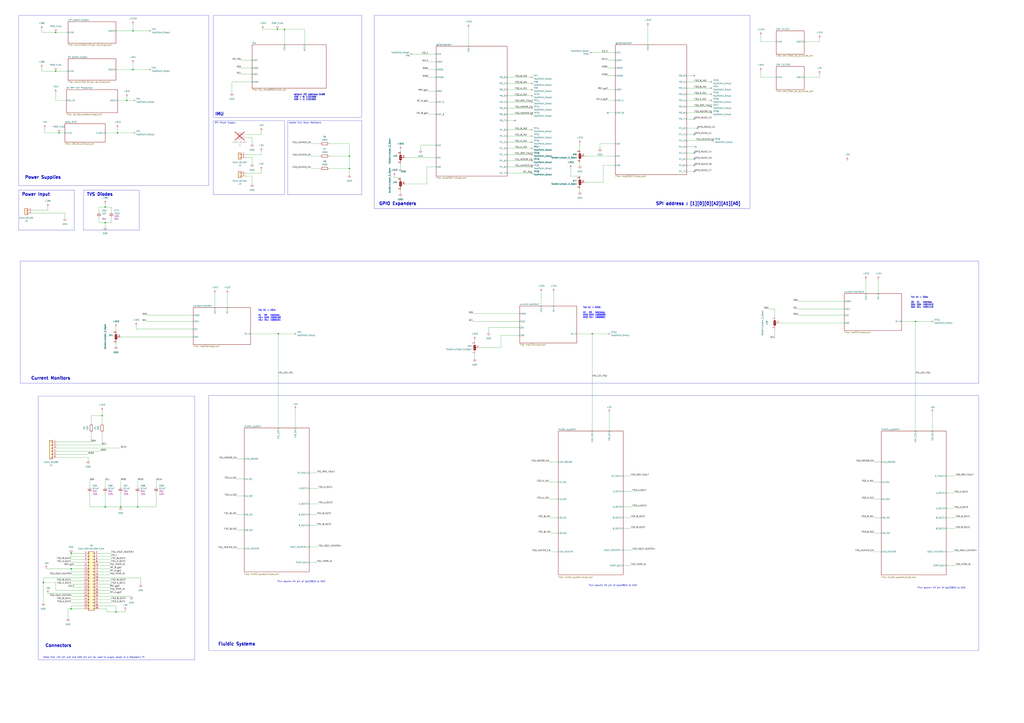
<source format=kicad_sch>
(kicad_sch (version 20230121) (generator eeschema)
  (paper "A1")
  (title_block (title "fluidics"))
  (lib_symbols
    (symbol "Connector:TestPoint_Small" (pin_numbers hide) (pin_names (offset 0.762) hide)
      (property "Reference" "TP" (at 0 3.81 0))
      (property "Value" "TestPoint_Small" (at 0 2.032 0))
      (symbol "TestPoint_Small_1_1"
        (pin passive line (at 0 0 90) (length 0) (name "1") (number "1"))
      )
    )
    (symbol "Connector_Generic:Conn_01x02" (pin_names (offset 1.016) hide)
      (property "Reference" "J" (at 0 2.54 0))
      (property "Value" "Conn_01x02" (at 0 -5.08 0))
      (symbol "Conn_01x02_1_1"
        (pin passive line (at -5.08 0 0) (length 3.81) (name "Pin_1") (number "1"))
        (pin passive line (at -5.08 -2.54 0) (length 3.81) (name "Pin_2") (number "2"))
      )
    )
    (symbol "Connector_Generic:Conn_01x06" (pin_names (offset 1.016) hide)
      (property "Reference" "J" (at 0 7.62 0))
      (property "Value" "Conn_01x06" (at 0 -10.16 0))
      (symbol "Conn_01x06_1_1"
        (pin passive line (at -5.08 5.08 0) (length 3.81) (name "Pin_1") (number "1"))
        (pin passive line (at -5.08 2.54 0) (length 3.81) (name "Pin_2") (number "2"))
        (pin passive line (at -5.08 0 0) (length 3.81) (name "Pin_3") (number "3"))
        (pin passive line (at -5.08 -2.54 0) (length 3.81) (name "Pin_4") (number "4"))
        (pin passive line (at -5.08 -5.08 0) (length 3.81) (name "Pin_5") (number "5"))
        (pin passive line (at -5.08 -7.62 0) (length 3.81) (name "Pin_6") (number "6"))
      )
    )
    (symbol "Connector_Generic:Conn_02x19_Odd_Even" (pin_names (offset 1.016) hide)
      (property "Reference" "J" (at 1.27 25.4 0))
      (property "Value" "Conn_02x19_Odd_Even" (at 1.27 -25.4 0))
      (symbol "Conn_02x19_Odd_Even_1_1"
        (pin passive line (at -5.08 22.86 0) (length 3.81) (name "Pin_1") (number "1"))
        (pin passive line (at 7.62 12.7 180) (length 3.81) (name "Pin_10") (number "10"))
        (pin passive line (at -5.08 10.16 0) (length 3.81) (name "Pin_11") (number "11"))
        (pin passive line (at 7.62 10.16 180) (length 3.81) (name "Pin_12") (number "12"))
        (pin passive line (at -5.08 7.62 0) (length 3.81) (name "Pin_13") (number "13"))
        (pin passive line (at 7.62 7.62 180) (length 3.81) (name "Pin_14") (number "14"))
        (pin passive line (at -5.08 5.08 0) (length 3.81) (name "Pin_15") (number "15"))
        (pin passive line (at 7.62 5.08 180) (length 3.81) (name "Pin_16") (number "16"))
        (pin passive line (at -5.08 2.54 0) (length 3.81) (name "Pin_17") (number "17"))
        (pin passive line (at 7.62 2.54 180) (length 3.81) (name "Pin_18") (number "18"))
        (pin passive line (at -5.08 0 0) (length 3.81) (name "Pin_19") (number "19"))
        (pin passive line (at 7.62 22.86 180) (length 3.81) (name "Pin_2") (number "2"))
        (pin passive line (at 7.62 0 180) (length 3.81) (name "Pin_20") (number "20"))
        (pin passive line (at -5.08 -2.54 0) (length 3.81) (name "Pin_21") (number "21"))
        (pin passive line (at 7.62 -2.54 180) (length 3.81) (name "Pin_22") (number "22"))
        (pin passive line (at -5.08 -5.08 0) (length 3.81) (name "Pin_23") (number "23"))
        (pin passive line (at 7.62 -5.08 180) (length 3.81) (name "Pin_24") (number "24"))
        (pin passive line (at -5.08 -7.62 0) (length 3.81) (name "Pin_25") (number "25"))
        (pin passive line (at 7.62 -7.62 180) (length 3.81) (name "Pin_26") (number "26"))
        (pin passive line (at -5.08 -10.16 0) (length 3.81) (name "Pin_27") (number "27"))
        (pin passive line (at 7.62 -10.16 180) (length 3.81) (name "Pin_28") (number "28"))
        (pin passive line (at -5.08 -12.7 0) (length 3.81) (name "Pin_29") (number "29"))
        (pin passive line (at -5.08 20.32 0) (length 3.81) (name "Pin_3") (number "3"))
        (pin passive line (at 7.62 -12.7 180) (length 3.81) (name "Pin_30") (number "30"))
        (pin passive line (at -5.08 -15.24 0) (length 3.81) (name "Pin_31") (number "31"))
        (pin passive line (at 7.62 -15.24 180) (length 3.81) (name "Pin_32") (number "32"))
        (pin passive line (at -5.08 -17.78 0) (length 3.81) (name "Pin_33") (number "33"))
        (pin passive line (at 7.62 -17.78 180) (length 3.81) (name "Pin_34") (number "34"))
        (pin passive line (at -5.08 -20.32 0) (length 3.81) (name "Pin_35") (number "35"))
        (pin passive line (at 7.62 -20.32 180) (length 3.81) (name "Pin_36") (number "36"))
        (pin passive line (at -5.08 -22.86 0) (length 3.81) (name "Pin_37") (number "37"))
        (pin passive line (at 7.62 -22.86 180) (length 3.81) (name "Pin_38") (number "38"))
        (pin passive line (at 7.62 20.32 180) (length 3.81) (name "Pin_4") (number "4"))
        (pin passive line (at -5.08 17.78 0) (length 3.81) (name "Pin_5") (number "5"))
        (pin passive line (at 7.62 17.78 180) (length 3.81) (name "Pin_6") (number "6"))
        (pin passive line (at -5.08 15.24 0) (length 3.81) (name "Pin_7") (number "7"))
        (pin passive line (at 7.62 15.24 180) (length 3.81) (name "Pin_8") (number "8"))
        (pin passive line (at -5.08 12.7 0) (length 3.81) (name "Pin_9") (number "9"))
      )
    )
    (symbol "Device:C_Small" (pin_numbers hide) (pin_names (offset 0.254) hide)
      (property "Reference" "C" (at 0.254 1.778 0))
      (property "Value" "C_Small" (at 0.254 -2.032 0))
      (symbol "C_Small_1_1"
        (pin passive line (at 0 2.54 270) (length 2.032) (name "~") (number "1"))
        (pin passive line (at 0 -2.54 90) (length 2.032) (name "~") (number "2"))
      )
    )
    (symbol "Device:R" (pin_numbers hide) (pin_names (offset 0))
      (property "Reference" "R" (at 2.032 0 90))
      (property "Value" "R" (at 0 0 90))
      (symbol "R_1_1"
        (pin passive line (at 0 3.81 270) (length 1.27) (name "~") (number "1"))
        (pin passive line (at 0 -3.81 90) (length 1.27) (name "~") (number "2"))
      )
    )
    (symbol "Jumper:SolderJumper_3_Open" (pin_names (offset 0) hide)
      (property "Reference" "JP" (at -2.54 -2.54 0))
      (property "Value" "SolderJumper_3_Open" (at 0 2.794 0))
      (symbol "SolderJumper_3_Open_1_1"
        (pin passive line (at -5.08 0 0) (length 2.54) (name "A") (number "1"))
        (pin passive line (at 0 -3.81 90) (length 2.54) (name "C") (number "2"))
        (pin passive line (at 5.08 0 180) (length 2.54) (name "B") (number "3"))
      )
    )
    (symbol "power:+12V" (power) (pin_names (offset 0))
      (property "Value" "+12V" (at 0 3.556 0))
      (symbol "+12V_1_1"
        (pin power_in line (at 0 0 90) (length 0) hide (name "+12V") (number "1"))
      )
    )
    (symbol "power:+12VA" (power) (pin_names (offset 0))
      (property "Value" "+12VA" (at 0 3.556 0))
      (symbol "+12VA_1_1"
        (pin power_in line (at 0 0 90) (length 0) hide (name "+12VA") (number "1"))
      )
    )
    (symbol "power:+28V" (power) (pin_names (offset 0))
      (property "Value" "+28V" (at 0 3.81 0))
      (symbol "+28V_1_1"
        (pin power_in line (at 0 0 90) (length 0) hide (name "+28V") (number "1"))
      )
    )
    (symbol "power:+3V3" (power) (pin_names (offset 0))
      (property "Value" "+3V3" (at 0 3.556 0))
      (symbol "+3V3_1_1"
        (pin power_in line (at 0 0 90) (length 0) hide (name "+3V3") (number "1"))
      )
    )
    (symbol "power:+5V" (power) (pin_names (offset 0))
      (property "Value" "+5V" (at 0 3.556 0))
      (symbol "+5V_1_1"
        (pin power_in line (at 0 0 90) (length 0) hide (name "+5V") (number "1"))
      )
    )
    (symbol "power:+5VA" (power) (pin_names (offset 0))
      (property "Value" "+5VA" (at 0 3.556 0))
      (symbol "+5VA_1_1"
        (pin power_in line (at 0 0 90) (length 0) hide (name "+5VA") (number "1"))
      )
    )
    (symbol "power:+5VL" (power) (pin_names (offset 0))
      (property "Value" "+5VL" (at 0 3.556 0))
      (symbol "+5VL_1_1"
        (pin power_in line (at 0 0 90) (length 0) hide (name "+5VL") (number "1"))
      )
    )
    (symbol "power:GND" (power) (pin_names (offset 0))
      (property "Value" "GND" (at 0 -3.81 0))
      (symbol "GND_1_1"
        (pin power_in line (at 0 0 270) (length 0) hide (name "GND") (number "1"))
      )
    )
    (symbol "power:PWR_FLAG" (power) (pin_numbers hide) (pin_names (offset 0) hide)
      (property "Value" "PWR_FLAG" (at 0 3.81 0))
      (symbol "PWR_FLAG_0_0"
        (pin power_out line (at 0 0 90) (length 0) (name "pwr") (number "1"))
      )
    )
  )
  (junction (at 96.52 109.22))
  (junction (at 486.41 274.32))
  (junction (at 751.84 264.16))
  (junction (at 104.14 82.55))
  (junction (at 45.72 26.67))
  (junction (at 233.68 24.13))
  (junction (at 86.36 416.56))
  (junction (at 113.03 416.56))
  (junction (at 109.22 57.15))
  (junction (at 58.42 500.38))
  (junction (at 228.6 274.32))
  (junction (at 58.42 454.66))
  (junction (at 99.06 416.56))
  (junction (at 95.25 502.92))
  (junction (at 86.36 182.88))
  (junction (at 45.72 58.42))
  (junction (at 83.82 341.63))
  (junction (at 287.02 128.27))
  (junction (at 58.42 467.36))
  (junction (at 287.02 138.43))
  (junction (at 35.56 478.79))
  (junction (at 86.36 170.18))
  (junction (at 227.838 24.13))
  (junction (at 109.22 25.4))
  (junction (at 48.514 109.22))
  (no_connect (at 570.23 140.97))
  (no_connect (at 570.23 97.79))
  (no_connect (at 572.77 105.41))
  (no_connect (at 570.23 125.73))
  (no_connect (at 499.11 92.71))
  (no_connect (at 570.23 135.89))
  (no_connect (at 571.5 120.65))
  (no_connect (at 422.91 99.06))
  (no_connect (at 570.23 130.81))
  (no_connect (at 570.23 110.49))
  (no_connect (at 570.23 62.23))
  (wire (pts (xy 228.6 274.32) (xy 228.6 351.79)))
  (wire (pts (xy 358.14 57.15) (xy 351.79 57.15)))
  (wire (pts (xy 260.35 462.28) (xy 254 462.28)))
  (wire (pts (xy 270.51 128.27) (xy 287.02 128.27)))
  (wire (pts (xy 26.67 172.72) (xy 39.37 172.72)))
  (wire (pts (xy 120.65 259.08) (xy 158.75 259.08)))
  (wire (pts (xy 81.28 464.82) (xy 90.17 464.82)))
  (wire (pts (xy 260.35 388.62) (xy 254 388.62)))
  (wire (pts (xy 81.28 477.52) (xy 91.44 477.52)))
  (wire (pts (xy 86.36 394.97) (xy 86.36 400.05)))
  (wire (pts (xy 45.72 478.79) (xy 35.56 478.79)))
  (wire (pts (xy 34.29 26.67) (xy 45.72 26.67)))
  (wire (pts (xy 270.51 138.43) (xy 287.02 138.43)))
  (wire (pts (xy 511.81 403.86) (xy 519.43 403.86)))
  (wire (pts (xy 563.88 72.39) (xy 584.2 72.39)))
  (wire (pts (xy 328.93 156.21) (xy 328.93 158.75)))
  (wire (pts (xy 194.31 435.61) (xy 200.66 435.61)))
  (wire (pts (xy 480.06 128.27) (xy 505.46 128.27)))
  (wire (pts (xy 81.28 459.74) (xy 91.44 459.74)))
  (wire (pts (xy 128.27 416.56) (xy 128.27 405.13)))
  (wire (pts (xy 345.44 119.38) (xy 345.44 123.19)))
  (wire (pts (xy 86.36 416.56) (xy 99.06 416.56)))
  (wire (pts (xy 624.84 34.29) (xy 624.84 29.21)))
  (wire (pts (xy 270.51 118.11) (xy 287.02 118.11)))
  (wire (pts (xy 636.27 270.51) (xy 636.27 278.13)))
  (wire (pts (xy 55.88 500.38) (xy 58.42 500.38)))
  (wire (pts (xy 476.25 154.94) (xy 476.25 157.48)))
  (wire (pts (xy 46.99 375.92) (xy 72.39 375.92)))
  (wire (pts (xy 332.74 129.54) (xy 358.14 129.54)))
  (wire (pts (xy 95.25 25.4) (xy 109.22 25.4)))
  (wire (pts (xy 68.58 485.14) (xy 45.72 485.14)))
  (wire (pts (xy 214.63 124.46) (xy 214.63 127)))
  (wire (pts (xy 388.62 264.16) (xy 426.72 264.16)))
  (wire (pts (xy 91.44 170.18) (xy 86.36 170.18)))
  (wire (pts (xy 113.03 416.56) (xy 128.27 416.56)))
  (wire (pts (xy 228.6 274.32) (xy 205.74 274.32)))
  (wire (pts (xy 416.56 137.16) (xy 436.88 137.16)))
  (wire (pts (xy 81.28 454.66) (xy 91.44 454.66)))
  (wire (pts (xy 416.56 116.84) (xy 436.88 116.84)))
  (wire (pts (xy 58.42 457.2) (xy 68.58 457.2)))
  (wire (pts (xy 58.42 469.9) (xy 68.58 469.9)))
  (wire (pts (xy 351.79 83.82) (xy 358.14 83.82)))
  (wire (pts (xy 109.22 25.4) (xy 109.22 20.32)))
  (wire (pts (xy 783.59 417.83) (xy 777.24 417.83)))
  (wire (pts (xy 46.99 368.3) (xy 99.06 368.3)))
  (wire (pts (xy 58.42 492.76) (xy 68.58 492.76)))
  (wire (pts (xy 328.93 124.46) (xy 328.93 123.19)))
  (wire (pts (xy 190.5 67.31) (xy 190.5 76.2)))
  (wire (pts (xy 59.69 472.44) (xy 68.58 472.44)))
  (wire (pts (xy 207.01 113.03) (xy 207.01 118.11)))
  (wire (pts (xy 91.44 179.07) (xy 91.44 182.88)))
  (wire (pts (xy 783.59 405.13) (xy 777.24 405.13)))
  (wire (pts (xy 388.62 257.81) (xy 426.72 257.81)))
  (wire (pts (xy 287.02 128.27) (xy 287.02 138.43)))
  (wire (pts (xy 570.23 135.89) (xy 563.88 135.89)))
  (wire (pts (xy 416.56 78.74) (xy 436.88 78.74)))
  (wire (pts (xy 96.52 105.41) (xy 96.52 109.22)))
  (wire (pts (xy 87.63 500.38) (xy 87.63 502.92)))
  (wire (pts (xy 411.48 285.75) (xy 411.48 275.59)))
  (wire (pts (xy 83.82 355.6) (xy 83.82 365.76)))
  (wire (pts (xy 287.02 138.43) (xy 287.02 143.51)))
  (wire (pts (xy 751.84 264.16) (xy 751.84 354.33)))
  (wire (pts (xy 68.58 454.66) (xy 58.42 454.66)))
  (wire (pts (xy 38.1 467.36) (xy 58.42 467.36)))
  (wire (pts (xy 99.06 394.97) (xy 99.06 400.05)))
  (wire (pts (xy 416.56 68.58) (xy 436.88 68.58)))
  (wire (pts (xy 86.36 167.64) (xy 86.36 170.18)))
  (wire (pts (xy 492.76 118.11) (xy 492.76 121.92)))
  (wire (pts (xy 452.12 425.45) (xy 458.47 425.45)))
  (wire (pts (xy 717.55 425.45) (xy 723.9 425.45)))
  (wire (pts (xy 563.88 115.57) (xy 585.47 115.57)))
  (wire (pts (xy 81.28 485.14) (xy 90.17 485.14)))
  (wire (pts (xy 468.63 138.43) (xy 468.63 144.78)))
  (wire (pts (xy 81.28 492.76) (xy 91.44 492.76)))
  (wire (pts (xy 81.28 487.68) (xy 90.17 487.68)))
  (wire (pts (xy 389.89 279.4) (xy 389.89 280.67)))
  (wire (pts (xy 384.81 38.1) (xy 384.81 22.86)))
  (wire (pts (xy 518.16 464.82) (xy 511.81 464.82)))
  (wire (pts (xy 570.23 130.81) (xy 563.88 130.81)))
  (wire (pts (xy 96.52 82.55) (xy 104.14 82.55)))
  (wire (pts (xy 48.514 109.22) (xy 53.34 109.22)))
  (wire (pts (xy 198.12 55.88) (xy 207.01 55.88)))
  (wire (pts (xy 416.56 142.24) (xy 436.88 142.24)))
  (wire (pts (xy 637.54 63.5) (xy 624.84 63.5)))
  (wire (pts (xy 570.23 125.73) (xy 563.88 125.73)))
  (wire (pts (xy 95.25 281.94) (xy 95.25 284.48)))
  (wire (pts (xy 96.52 109.22) (xy 110.49 109.22)))
  (wire (pts (xy 86.36 109.22) (xy 96.52 109.22)))
  (wire (pts (xy 39.37 487.68) (xy 68.58 487.68)))
  (wire (pts (xy 86.36 405.13) (xy 86.36 416.56)))
  (wire (pts (xy 511.81 452.12) (xy 519.43 452.12)))
  (wire (pts (xy 505.46 62.23) (xy 499.11 62.23)))
  (wire (pts (xy 486.41 274.32) (xy 500.38 274.32)))
  (wire (pts (xy 73.66 405.13) (xy 73.66 416.56)))
  (wire (pts (xy 36.83 109.22) (xy 48.514 109.22)))
  (wire (pts (xy 86.36 182.88) (xy 86.36 186.69)))
  (wire (pts (xy 511.81 416.56) (xy 519.43 416.56)))
  (wire (pts (xy 74.93 347.98) (xy 74.93 341.63)))
  (wire (pts (xy 74.93 355.6) (xy 74.93 363.22)))
  (wire (pts (xy 102.87 501.65) (xy 102.87 502.92)))
  (wire (pts (xy 190.5 67.31) (xy 207.01 67.31)))
  (wire (pts (xy 624.84 58.42) (xy 624.84 63.5)))
  (wire (pts (xy 450.85 396.24) (xy 458.47 396.24)))
  (wire (pts (xy 783.59 453.39) (xy 777.24 453.39)))
  (wire (pts (xy 777.24 391.16) (xy 784.86 391.16)))
  (wire (pts (xy 495.3 149.86) (xy 495.3 135.89)))
  (wire (pts (xy 505.46 55.88) (xy 499.11 55.88)))
  (wire (pts (xy 323.85 144.78) (xy 323.85 146.05)))
  (wire (pts (xy 468.63 144.78) (xy 476.25 144.78)))
  (wire (pts (xy 68.58 480.06) (xy 58.42 480.06)))
  (wire (pts (xy 351.79 74.93) (xy 358.14 74.93)))
  (wire (pts (xy 39.37 170.18) (xy 39.37 172.72)))
  (wire (pts (xy 444.5 240.03) (xy 444.5 251.46)))
  (wire (pts (xy 393.7 285.75) (xy 411.48 285.75)))
  (wire (pts (xy 505.46 118.11) (xy 492.76 118.11)))
  (wire (pts (xy 99.06 276.86) (xy 158.75 276.86)))
  (wire (pts (xy 104.14 82.55) (xy 110.49 82.55)))
  (wire (pts (xy 254 449.58) (xy 261.62 449.58)))
  (wire (pts (xy 35.56 478.79) (xy 35.56 495.3)))
  (wire (pts (xy 68.58 497.84) (xy 58.42 497.84)))
  (wire (pts (xy 563.88 62.23) (xy 570.23 62.23)))
  (wire (pts (xy 58.42 495.3) (xy 68.58 495.3)))
  (wire (pts (xy 518.16 391.16) (xy 511.81 391.16)))
  (wire (pts (xy 81.28 480.06) (xy 91.44 480.06)))
  (wire (pts (xy 351.79 93.98) (xy 358.14 93.98)))
  (wire (pts (xy 46.99 370.84) (xy 82.55 370.84)))
  (wire (pts (xy 411.48 275.59) (xy 426.72 275.59)))
  (wire (pts (xy 673.1 60.96) (xy 673.1 63.5)))
  (wire (pts (xy 26.67 175.26) (xy 53.34 175.26)))
  (wire (pts (xy 518.16 434.34) (xy 511.81 434.34)))
  (wire (pts (xy 194.31 407.67) (xy 200.66 407.67)))
  (wire (pts (xy 350.52 151.13) (xy 350.52 137.16)))
  (wire (pts (xy 454.66 240.03) (xy 454.66 251.46)))
  (wire (pts (xy 45.72 485.14) (xy 45.72 478.79)))
  (wire (pts (xy 250.19 24.13) (xy 250.19 36.83)))
  (wire (pts (xy 480.06 149.86) (xy 495.3 149.86)))
  (wire (pts (xy 95.25 269.24) (xy 95.25 271.78)))
  (wire (pts (xy 328.93 134.62) (xy 328.93 138.43)))
  (wire (pts (xy 109.22 57.15) (xy 123.19 57.15)))
  (wire (pts (xy 201.93 110.49) (xy 214.63 110.49)))
  (wire (pts (xy 45.72 26.67) (xy 55.88 26.67)))
  (wire (pts (xy 35.56 474.98) (xy 68.58 474.98)))
  (wire (pts (xy 207.01 129.54) (xy 207.01 134.62)))
  (wire (pts (xy 450.85 410.21) (xy 458.47 410.21)))
  (wire (pts (xy 87.63 502.92) (xy 95.25 502.92)))
  (wire (pts (xy 95.25 57.15) (xy 109.22 57.15)))
  (wire (pts (xy 34.29 55.88) (xy 34.29 58.42)))
  (wire (pts (xy 717.55 453.39) (xy 723.9 453.39)))
  (wire (pts (xy 113.03 394.97) (xy 113.03 400.05)))
  (wire (pts (xy 751.84 264.16) (xy 765.81 264.16)))
  (wire (pts (xy 570.23 97.79) (xy 563.88 97.79)))
  (wire (pts (xy 323.85 146.05) (xy 328.93 146.05)))
  (wire (pts (xy 255.27 128.27) (xy 262.89 128.27)))
  (wire (pts (xy 59.69 490.22) (xy 68.58 490.22)))
  (wire (pts (xy 81.28 170.18) (xy 86.36 170.18)))
  (wire (pts (xy 563.88 92.71) (xy 584.2 92.71)))
  (wire (pts (xy 36.83 105.41) (xy 36.83 109.22)))
  (wire (pts (xy 572.77 105.41) (xy 563.88 105.41)))
  (wire (pts (xy 358.14 63.5) (xy 351.79 63.5)))
  (wire (pts (xy 194.31 393.7) (xy 200.66 393.7)))
  (wire (pts (xy 198.12 60.96) (xy 207.01 60.96)))
  (wire (pts (xy 115.57 474.98) (xy 115.57 480.06)))
  (wire (pts (xy 655.32 254) (xy 693.42 254)))
  (wire (pts (xy 532.13 36.83) (xy 532.13 21.59)))
  (wire (pts (xy 416.56 132.08) (xy 436.88 132.08)))
  (wire (pts (xy 55.88 500.38) (xy 55.88 508)))
  (wire (pts (xy 228.6 274.32) (xy 242.57 274.32)))
  (wire (pts (xy 176.53 241.3) (xy 176.53 252.73)))
  (wire (pts (xy 95.25 497.84) (xy 95.25 502.92)))
  (wire (pts (xy 563.88 82.55) (xy 584.2 82.55)))
  (wire (pts (xy 73.66 416.56) (xy 86.36 416.56)))
  (wire (pts (xy 777.24 425.45) (xy 784.86 425.45)))
  (wire (pts (xy 499.11 82.55) (xy 505.46 82.55)))
  (wire (pts (xy 500.38 354.33) (xy 500.38 339.09)))
  (wire (pts (xy 81.28 467.36) (xy 90.17 467.36)))
  (wire (pts (xy 721.36 229.87) (xy 721.36 241.3)))
  (wire (pts (xy 227.838 24.13) (xy 233.68 24.13)))
  (wire (pts (xy 58.42 459.74) (xy 68.58 459.74)))
  (wire (pts (xy 194.31 422.91) (xy 200.66 422.91)))
  (wire (pts (xy 35.56 474.98) (xy 35.56 478.79)))
  (wire (pts (xy 485.14 43.18) (xy 505.46 43.18)))
  (wire (pts (xy 717.55 438.15) (xy 723.9 438.15)))
  (wire (pts (xy 332.74 151.13) (xy 350.52 151.13)))
  (wire (pts (xy 452.12 453.39) (xy 458.47 453.39)))
  (wire (pts (xy 476.25 133.35) (xy 476.25 135.89)))
  (wire (pts (xy 640.08 265.43) (xy 693.42 265.43)))
  (wire (pts (xy 242.57 351.79) (xy 242.57 336.55)))
  (wire (pts (xy 486.41 274.32) (xy 473.71 274.32)))
  (wire (pts (xy 81.28 482.6) (xy 90.17 482.6)))
  (wire (pts (xy 751.84 264.16) (xy 740.41 264.16)))
  (wire (pts (xy 401.32 269.24) (xy 426.72 269.24)))
  (wire (pts (xy 34.29 24.13) (xy 34.29 26.67)))
  (wire (pts (xy 660.4 63.5) (xy 673.1 63.5)))
  (wire (pts (xy 45.72 58.42) (xy 55.88 58.42)))
  (wire (pts (xy 81.28 179.07) (xy 81.28 182.88)))
  (wire (pts (xy 45.72 76.2) (xy 45.72 82.55)))
  (wire (pts (xy 416.56 106.68) (xy 436.88 106.68)))
  (wire (pts (xy 260.35 422.91) (xy 254 422.91)))
  (wire (pts (xy 81.28 495.3) (xy 91.44 495.3)))
  (wire (pts (xy 83.82 341.63) (xy 74.93 341.63)))
  (wire (pts (xy 201.93 127) (xy 214.63 127)))
  (wire (pts (xy 416.56 99.06) (xy 422.91 99.06)))
  (wire (pts (xy 60.96 482.6) (xy 68.58 482.6)))
  (wire (pts (xy 255.27 138.43) (xy 262.89 138.43)))
  (wire (pts (xy 452.12 438.15) (xy 458.47 438.15)))
  (wire (pts (xy 518.16 425.45) (xy 511.81 425.45)))
  (wire (pts (xy 416.56 88.9) (xy 436.88 88.9)))
  (wire (pts (xy 416.56 93.98) (xy 436.88 93.98)))
  (wire (pts (xy 717.55 379.73) (xy 723.9 379.73)))
  (wire (pts (xy 58.42 469.9) (xy 58.42 467.36)))
  (wire (pts (xy 416.56 73.66) (xy 436.88 73.66)))
  (wire (pts (xy 655.32 247.65) (xy 693.42 247.65)))
  (wire (pts (xy 486.41 274.32) (xy 486.41 354.33)))
  (wire (pts (xy 260.35 431.8) (xy 254 431.8)))
  (wire (pts (xy 660.4 34.29) (xy 673.1 34.29)))
  (wire (pts (xy 81.28 497.84) (xy 95.25 497.84)))
  (wire (pts (xy 81.28 457.2) (xy 91.44 457.2)))
  (wire (pts (xy 81.28 490.22) (xy 107.95 490.22)))
  (wire (pts (xy 476.25 118.11) (xy 476.25 123.19)))
  (wire (pts (xy 46.99 373.38) (xy 72.39 373.38)))
  (wire (pts (xy 416.56 111.76) (xy 436.88 111.76)))
  (wire (pts (xy 214.63 139.7) (xy 214.63 142.24)))
  (wire (pts (xy 358.14 50.8) (xy 351.79 50.8)))
  (wire (pts (xy 416.56 83.82) (xy 436.88 83.82)))
  (wire (pts (xy 46.99 365.76) (xy 83.82 365.76)))
  (wire (pts (xy 46.99 363.22) (xy 74.93 363.22)))
  (wire (pts (xy 207.01 144.78) (xy 201.93 144.78)))
  (wire (pts (xy 81.28 182.88) (xy 86.36 182.88)))
  (wire (pts (xy 416.56 121.92) (xy 436.88 121.92)))
  (wire (pts (xy 81.28 469.9) (xy 90.17 469.9)))
  (wire (pts (xy 194.31 377.19) (xy 200.66 377.19)))
  (wire (pts (xy 337.82 44.45) (xy 358.14 44.45)))
  (wire (pts (xy 563.88 67.31) (xy 584.2 67.31)))
  (wire (pts (xy 450.85 379.73) (xy 458.47 379.73)))
  (wire (pts (xy 570.23 110.49) (xy 563.88 110.49)))
  (wire (pts (xy 34.29 58.42) (xy 45.72 58.42)))
  (wire (pts (xy 636.27 254) (xy 631.19 254)))
  (wire (pts (xy 58.42 454.66) (xy 58.42 457.2)))
  (wire (pts (xy 499.11 92.71) (xy 505.46 92.71)))
  (wire (pts (xy 255.27 118.11) (xy 262.89 118.11)))
  (wire (pts (xy 254 401.32) (xy 261.62 401.32)))
  (wire (pts (xy 655.32 259.08) (xy 693.42 259.08)))
  (wire (pts (xy 58.42 467.36) (xy 68.58 467.36)))
  (wire (pts (xy 499.11 73.66) (xy 505.46 73.66)))
  (wire (pts (xy 111.76 270.51) (xy 158.75 270.51)))
  (wire (pts (xy 416.56 127) (xy 436.88 127)))
  (wire (pts (xy 186.69 241.3) (xy 186.69 252.73)))
  (wire (pts (xy 58.42 462.28) (xy 68.58 462.28)))
  (wire (pts (xy 207.01 144.78) (xy 207.01 151.13)))
  (wire (pts (xy 215.9 24.13) (xy 227.838 24.13)))
  (wire (pts (xy 120.65 264.16) (xy 158.75 264.16)))
  (wire (pts (xy 45.72 82.55) (xy 54.61 82.55)))
  (wire (pts (xy 717.55 410.21) (xy 723.9 410.21)))
  (wire (pts (xy 505.46 49.53) (xy 499.11 49.53)))
  (wire (pts (xy 401.32 269.24) (xy 401.32 273.05)))
  (wire (pts (xy 358.14 119.38) (xy 345.44 119.38)))
  (wire (pts (xy 83.82 347.98) (xy 83.82 341.63)))
  (wire (pts (xy 60.96 464.82) (xy 68.58 464.82)))
  (wire (pts (xy 636.27 254) (xy 636.27 260.35)))
  (wire (pts (xy 95.25 502.92) (xy 102.87 502.92)))
  (wire (pts (xy 717.55 396.24) (xy 723.9 396.24)))
  (wire (pts (xy 495.3 135.89) (xy 505.46 135.89)))
  (wire (pts (xy 73.66 394.97) (xy 73.66 400.05)))
  (wire (pts (xy 58.42 500.38) (xy 68.58 500.38)))
  (wire (pts (xy 624.84 34.29) (xy 637.54 34.29)))
  (wire (pts (xy 765.81 354.33) (xy 765.81 339.09)))
  (wire (pts (xy 91.44 173.99) (xy 91.44 170.18)))
  (wire (pts (xy 233.68 24.13) (xy 233.68 36.83)))
  (wire (pts (xy 673.1 31.75) (xy 673.1 34.29)))
  (wire (pts (xy 563.88 77.47) (xy 584.2 77.47)))
  (wire (pts (xy 777.24 434.34) (xy 784.86 434.34)))
  (wire (pts (xy 81.28 500.38) (xy 87.63 500.38)))
  (wire (pts (xy 201.93 113.03) (xy 207.01 113.03)))
  (wire (pts (xy 214.63 107.95) (xy 214.63 110.49)))
  (wire (pts (xy 350.52 137.16) (xy 358.14 137.16)))
  (wire (pts (xy 109.22 25.4) (xy 123.19 25.4)))
  (wire (pts (xy 58.42 497.84) (xy 58.42 500.38)))
  (wire (pts (xy 99.06 416.56) (xy 113.03 416.56)))
  (wire (pts (xy 53.34 175.26) (xy 53.34 179.07)))
  (wire (pts (xy 201.93 142.24) (xy 214.63 142.24)))
  (wire (pts (xy 81.28 173.99) (xy 81.28 170.18)))
  (wire (pts (xy 111.76 267.97) (xy 111.76 270.51)))
  (wire (pts (xy 563.88 120.65) (xy 571.5 120.65)))
  (wire (pts (xy 81.28 462.28) (xy 91.44 462.28)))
  (wire (pts (xy 570.23 140.97) (xy 563.88 140.97)))
  (wire (pts (xy 81.28 472.44) (xy 90.17 472.44)))
  (wire (pts (xy 777.24 464.82) (xy 784.86 464.82)))
  (wire (pts (xy 711.2 229.87) (xy 711.2 241.3)))
  (wire (pts (xy 563.88 87.63) (xy 584.2 87.63)))
  (wire (pts (xy 254 414.02) (xy 261.62 414.02)))
  (wire (pts (xy 201.93 129.54) (xy 207.01 129.54)))
  (wire (pts (xy 194.31 450.85) (xy 200.66 450.85)))
  (wire (pts (xy 416.56 63.5) (xy 436.88 63.5)))
  (wire (pts (xy 109.22 57.15) (xy 109.22 52.07)))
  (wire (pts (xy 72.39 378.46) (xy 72.39 375.92)))
  (wire (pts (xy 287.02 118.11) (xy 287.02 128.27)))
  (wire (pts (xy 113.03 405.13) (xy 113.03 416.56)))
  (wire (pts (xy 68.58 477.52) (xy 58.42 477.52)))
  (wire (pts (xy 128.27 394.97) (xy 128.27 400.05)))
  (wire (pts (xy 104.14 80.01) (xy 104.14 82.55)))
  (wire (pts (xy 389.89 290.83) (xy 389.89 294.64)))
  (wire (pts (xy 198.12 49.53) (xy 207.01 49.53)))
  (wire (pts (xy 86.36 182.88) (xy 91.44 182.88)))
  (wire (pts (xy 99.06 405.13) (xy 99.06 416.56)))
  (wire (pts (xy 83.82 341.63) (xy 83.82 337.82)))
  (wire (pts (xy 233.68 24.13) (xy 250.19 24.13)))
  (wire (pts (xy 81.28 474.98) (xy 115.57 474.98)))
  (rectangle (start 15.24 12.7) (end 171.45 152.4))
  (rectangle (start 15.24 156.21) (end 60.96 189.23))
  (rectangle (start 16.51 214.63) (end 803.91 314.96))
  (rectangle (start 68.58 156.21) (end 114.3 189.23))
  (rectangle (start 31.496 325.628) (end 160.02 542.29))
  (rectangle (start 175.26 12.7) (end 297.18 96.52))
  (rectangle (start 171.45 325.12) (end 803.91 534.67))
  (rectangle (start 307.34 12.7) (end 615.95 171.45))
  (text_box "RPi Power Supply" (at 175.26 99.06 0) (size 58.42 60.96) (effects (font (size 1.27 1.27)) (justify left top)))
  (text_box "Heater Pull Down Resistors" (at 236.22 99.06 0) (size 60.96 60.96) (effects (font (size 1.27 1.27)) (justify left top)))
  (text "Power Supplies" (at 20.32 147.32 0) (effects (font (size 2.54 2.54) (thickness 0.508) bold) (justify left bottom)))
  (text "TVS Diodes" (at 71.12 161.29 0) (effects (font (size 2.54 2.54) (thickness 0.508) bold) (justify left bottom)))
  (text "SPI address : [1][0][0][A2][A1][A0]" (at 538.48 168.91 0) (effects (font (size 2.54 2.54) bold) (justify left bottom)))
  (text "Connectors" (at 37.084 532.13 0) (effects (font (size 2.54 2.54) (thickness 0.508) bold) (justify left bottom)))
  (text "default I2C address: 0x68\nAD0 = 0; 1101000\nAD0 = 1; 1101001\n" (at 241.3 82.55 0) (effects (font (size 1.27 1.27) bold) (justify left bottom)))
  (text "^Pull dowmn EN pin of tps22810 to GND" (at 227.33 478.79 0) (effects (font (size 1.27 1.27)) (justify left bottom)))
  (text "Fluidic Systems\n" (at 179.07 530.86 0) (effects (font (size 2.54 2.54) (thickness 0.508) bold) (justify left bottom)))
  (text "\n\nFor A1 = VSX:\n\nA1	A0	Address\nVS+	GND	1000100\nVS+	VS+	1000101\n\n\n" (at 212.09 267.97 0) (effects (font (size 1.27 1.27) (thickness 0.254) bold) (justify left bottom)))
  (text "Current Monitors" (at 25.4 312.42 0) (effects (font (size 2.54 2.54) (thickness 0.508) bold) (justify left bottom)))
  (text "Power Input" (at 17.78 161.29 0) (effects (font (size 2.54 2.54) (thickness 0.508) bold) (justify left bottom)))
  (text "^Pull dowmn EN pin of tps22810 to GND" (at 753.11 483.87 0) (effects (font (size 1.27 1.27)) (justify left bottom)))
  (text "^Pull dowmn EN pin of tps22810 to GND" (at 483.235 481.965 0) (effects (font (size 1.27 1.27)) (justify left bottom)))
  (text "\nFor A1 = SDA:			\n			\nA0	A1	Address		\nSDA	SDA	1001010	\nSDA	SCL	1001110	\n			\n" (at 748.03 255.27 0) (effects (font (size 1.27 1.27) (thickness 0.254) bold) (justify left bottom)))
  (text "Note: One +5V pin and one GND pin will be used to supply power to a Raspberry Pi " (at 35.56 541.02 0) (effects (font (size 1.27 1.27)) (justify left bottom)))
  (text "For A1 = GND:\n\nA1	A0	Address:	\nGND	GND	1000000	\nGND	VS+	1000001	" (at 478.79 261.62 0) (effects (font (size 1.27 1.27) (thickness 0.254) bold) (justify left bottom)))
  (text "IMU" (at 176.53 95.25 0) (effects (font (size 2.54 2.54) (thickness 0.508) bold) (justify left bottom)))
  (text "GPIO Expanders" (at 311.15 168.91 0) (effects (font (size 2.54 2.54) (thickness 0.508) bold) (justify left bottom)))
  (label "GPIO_MUX2_11" (at 570.23 110.49 0))
  (label "MOSI" (at 499.11 55.88 180))
  (label "RST_gp1" (at 351.79 74.93 180))
  (label "VIN_12V_FS3" (at 751.84 307.34 0))
  (label "SDA" (at 631.19 254 180))
  (label "FS1_HEATER_EN" (at 255.27 118.11 180))
  (label "FS2_B_OUT2" (at 91.44 477.52 0))
  (label "RST_gp2" (at 90.17 482.6 0))
  (label "MISO" (at 113.03 394.97 0))
  (label "INT_A_gp1" (at 351.79 83.82 180))
  (label "FS3_VOUT_HEATER+" (at 783.59 453.39 0))
  (label "MISO" (at 72.39 373.38 0))
  (label "FS2_HEATER_EN" (at 422.91 93.98 0))
  (label "FS2_A_IN1" (at 450.85 396.24 180))
  (label "FS3_MOTOR_EN" (at 717.55 379.73 180))
  (label "FS1_A_IN2" (at 422.91 121.92 0))
  (label "FS2_HEATER_EN" (at 452.12 453.39 180))
  (label "FS3_MOT_FAULT" (at 784.86 391.16 0))
  (label "GPIO_MUX2_15" (at 570.23 130.81 0))
  (label "FS2_A_IN1" (at 422.91 73.66 0))
  (label "FS1_TEMP_IN" (at 90.17 464.82 0))
  (label "GPIO_MUX2_12" (at 570.23 97.79 0))
  (label "SDA" (at 74.93 363.22 0))
  (label "VIN_12V_FS1" (at 228.6 307.34 0))
  (label "FS1_HEATER_EN" (at 422.91 137.16 0))
  (label "GPIO_MUX2_14" (at 570.23 125.73 0))
  (label "FS3_VOUT_HEATER+" (at 59.69 490.22 180))
  (label "INT_A_gp1" (at 90.17 469.9 0))
  (label "FS1_B_IN1" (at 194.31 422.91 180))
  (label "FS2_MOTOR_EN" (at 422.91 88.9 0))
  (label "SCL" (at 83.82 365.76 0))
  (label "MOSI" (at 82.55 370.84 0))
  (label "FS2_B_IN2" (at 422.91 63.5 0))
  (label "FS3_A_IN2" (at 570.23 82.55 0))
  (label "MOSI" (at 351.79 57.15 180))
  (label "FS3_A_OUT2" (at 783.59 417.83 0))
  (label "GPIO_MUX2_17" (at 570.23 140.97 0))
  (label "FS2_B_OUT2" (at 518.16 434.34 0))
  (label "INT_A_gp2" (at 499.11 82.55 180))
  (label "FS3_HEATER_EN" (at 571.5 115.57 0))
  (label "FS1_A_IN2" (at 194.31 407.67 180))
  (label "FS2_B_OUT1" (at 58.42 477.52 180))
  (label "FS2_MOT_FAULT" (at 422.91 83.82 0))
  (label "FS3_B_IN2" (at 717.55 438.15 180))
  (label "SCL" (at 388.62 264.16 180))
  (label "FS1_MOT_FAULT" (at 422.91 127 0))
  (label "FS2_A_IN2" (at 422.91 78.74 0))
  (label "FS3_A_IN1" (at 570.23 77.47 0))
  (label "FS2_A_OUT1" (at 91.44 480.06 0))
  (label "CS_2" (at 60.96 482.6 180))
  (label "FS3_B_IN1" (at 570.23 72.39 0))
  (label "CS_1" (at 91.44 457.2 0))
  (label "FS1_MOT_FAULT" (at 260.35 388.62 0))
  (label "FS3_B_OUT2" (at 784.86 434.34 0))
  (label "SDA" (at 198.12 55.88 180))
  (label "MISO" (at 351.79 63.5 180))
  (label "FS2_VOUT_HEATER+" (at 59.69 472.44 180))
  (label "SCL" (at 636.27 278.13 180))
  (label "INT_IMU" (at 436.88 142.24 180))
  (label "FS1_TEMP_IN" (at 260.35 462.28 0))
  (label "INT_IMU" (at 198.12 49.53 180))
  (label "RST_gp1" (at 60.96 464.82 180))
  (label "FS2_MOTOR_EN" (at 450.85 379.73 180))
  (label "FS3_B_OUT2" (at 91.44 492.76 0))
  (label "FS1_B_IN2" (at 422.91 106.68 0))
  (label "FS1_HEATER_EN" (at 194.31 450.85 180))
  (label "FS1_A_OUT2" (at 261.62 414.02 0))
  (label "SCL" (at 86.36 394.97 0))
  (label "FS1_B_OUT1" (at 91.44 459.74 0))
  (label "FS2_B_IN1" (at 452.12 425.45 180))
  (label "FS3_MOT_FAULT" (at 570.23 87.63 0))
  (label "CS_2" (at 499.11 43.18 180))
  (label "FS3_HEATER_EN" (at 717.55 453.39 180))
  (label "FS3_B_IN1" (at 717.55 425.45 180))
  (label "SDA" (at 655.32 247.65 180))
  (label "FS2_A_OUT2" (at 58.42 480.06 180))
  (label "INT_B_gp1" (at 90.17 467.36 0))
  (label "FS1_B_IN2" (at 194.31 435.61 180))
  (label "FS3_HEATER_EN" (at 255.27 138.43 180))
  (label "FS3_A_OUT1" (at 783.59 405.13 0))
  (label "FS2_A_OUT2" (at 519.43 416.56 0))
  (label "INT_B_gp1" (at 351.79 93.98 180))
  (label "RST_gp2" (at 499.11 73.66 180))
  (label "INT_A_gp2" (at 90.17 487.68 0))
  (label "FS1_B_IN1" (at 422.91 111.76 0))
  (label "SDA" (at 388.62 257.81 180))
  (label "FS3_A_OUT2" (at 58.42 495.3 180))
  (label "FS2_A_IN2" (at 450.85 410.21 180))
  (label "FS1_MOTOR_EN" (at 422.91 132.08 0))
  (label "FS2_TEMP_IN" (at 518.16 464.82 0))
  (label "SCL" (at 198.12 60.96 180))
  (label "GPIO_MUX2_16" (at 570.23 135.89 0))
  (label "MOSI" (at 99.06 394.97 0))
  (label "FS1_A_IN1" (at 422.91 116.84 0))
  (label "FS3_MOTOR_EN" (at 570.23 92.71 0))
  (label "SCLK" (at 128.27 394.97 0))
  (label "FS1_VOUT_HEATER+" (at 91.44 454.66 0))
  (label "FS1_VOUT_HEATER+" (at 261.62 449.58 0))
  (label "SCL" (at 120.65 264.16 180))
  (label "SDA" (at 120.65 259.08 180))
  (label "FS1_MOTOR_EN" (at 194.31 377.19 180))
  (label "FS2_TEMP_IN" (at 90.17 472.44 0))
  (label "FS2_B_IN2" (at 452.12 438.15 180))
  (label "FS3_TEMP_IN" (at 784.86 464.82 0))
  (label "FS1_B_OUT2" (at 260.35 431.8 0))
  (label "SCLK" (at 99.06 368.3 0))
  (label "FS3_TEMP_IN" (at 90.17 485.14 0))
  (label "FS2_B_IN1" (at 422.91 68.58 0))
  (label "FS3_A_OUT1" (at 91.44 495.3 0))
  (label "SCLK" (at 499.11 49.53 180))
  (label "FS1_A_OUT1" (at 261.62 401.32 0))
  (label "SDA" (at 655.32 259.08 180))
  (label "FS1_A_IN1" (at 194.31 393.7 180))
  (label "FS3_B_OUT1" (at 58.42 492.76 180))
  (label "SCLK" (at 351.79 50.8 180))
  (label "SCL" (at 655.32 254 180))
  (label "FS1_A_OUT1" (at 58.42 462.28 180))
  (label "FS1_B_OUT2" (at 58.42 459.74 180))
  (label "FS2_A_OUT1" (at 519.43 403.86 0))
  (label "SDA" (at 73.66 394.97 0))
  (label "FS3_A_IN2" (at 717.55 410.21 180))
  (label "FS2_MOT_FAULT" (at 518.16 391.16 0))
  (label "FS3_B_OUT1" (at 784.86 425.45 0))
  (label "FS3_A_IN1" (at 717.55 396.24 180))
  (label "GPIO_MUX2_13" (at 572.77 105.41 0))
  (label "MISO" (at 499.11 62.23 180))
  (label "FS3_B_IN2" (at 570.23 67.31 0))
  (label "FS1_A_OUT2" (at 91.44 462.28 0))
  (label "FS2_B_OUT1" (at 518.16 425.45 0))
  (label "FS2_VOUT_HEATER+" (at 519.43 452.12 0))
  (label "FS2_HEATER_EN" (at 255.27 128.27 180))
  (label "FS1_B_OUT1" (at 260.35 422.91 0))
  (label "VIN_12V_FS2" (at 486.41 309.88 0))
  (label "CS_1" (at 351.79 44.45 180))
  (symbol (lib_id "power:+28V") (at 86.36 167.64 0) (unit 1)
    (property "Reference" "#PWR0147" (effects hide))
    (property "Value" "+28V" (at 86.36 162.56 0))
  )
  (symbol (lib_id "power:+3V3") (at 532.13 21.59 0) (unit 1)
    (property "Reference" "#PWR053" (effects hide))
    (property "Value" "+3V3" (at 532.13 16.51 0))
  )
  (symbol (lib_id "power:+28V") (at 34.29 24.13 0) (unit 1)
    (property "Reference" "#PWR07" (effects hide))
    (property "Value" "+28V" (at 34.29 19.05 0))
  )
  (symbol (lib_id "Device:R") (at 266.7 128.27 270) (unit 1)
    (property "Reference" "R7" (at 266.7 122.555 90))
    (property "Value" "100K" (at 266.7 125.095 90))
    (property "Footprint" "Resistor_SMD:R_0603_1608Metric_Pad0.98x0.95mm_HandSolder" (effects hide))
    (property "Datasheet" "https://www.seielect.com/catalog/sei-rmcf_rmcp.pdf" (effects hide))
    (property "Power" "1/10W" (effects hide))
    (property "Supplier" "DigiKey" (effects hide))
    (property "Supplier part number" "RMCF0603FT10K0" (effects hide))
    (property "Tolerance" "1%" (effects hide))
  )
  (symbol (lib_id "Connector:TestPoint_Small") (at 110.49 109.22 0) (unit 1) (in_bom no)
    (property "Reference" "TP1" (at 111.76 107.95 0) (effects (justify left)))
    (property "Value" "TestPoint_Small" (at 111.76 110.49 0) (effects (justify left)))
    (property "Footprint" "Yuri:TestPoint_Pad_D0.5mm" (effects hide))
  )
  (symbol (lib_id "Jumper:SolderJumper_3_Open") (at 328.93 151.13 90) (unit 1)
    (property "Reference" "JP4" (at 326.39 149.86 90) (effects (justify left)))
    (property "Value" "SolderJumper_3_Open" (at 320.04 158.75 0) (effects (justify left)))
    (property "Footprint" "Jumper:SolderJumper-3_P1.3mm_Open_Pad1.0x1.5mm" (effects hide))
  )
  (symbol (lib_id "power:+3V3") (at 83.82 337.82 0) (unit 1)
    (property "Reference" "#PWR027" (effects hide))
    (property "Value" "+3V3" (at 83.82 332.74 0))
  )
  (symbol (lib_id "power:+3V3") (at 111.76 267.97 0) (unit 1)
    (property "Reference" "#PWR025" (effects hide))
    (property "Value" "+3V3" (at 111.76 262.89 0))
  )
  (symbol (lib_id "power:+3V3") (at 323.85 144.78 0) (unit 1)
    (property "Reference" "#PWR036" (effects hide))
    (property "Value" "+3V3" (at 323.85 139.7 0))
  )
  (symbol (lib_id "power:GND") (at 107.95 490.22 0) (mirror y) (unit 1)
    (property "Reference" "#PWR022" (effects hide))
    (property "Value" "GND" (at 107.95 495.3 0))
  )
  (symbol (lib_id "power:+5V") (at 765.81 339.09 0) (unit 1)
    (property "Reference" "#PWR057" (effects hide))
    (property "Value" "+5V" (at 765.81 334.645 0))
  )
  (symbol (lib_id "power:GND") (at 72.39 378.46 0) (unit 1)
    (property "Reference" "#PWR018" (effects hide))
    (property "Value" "GND" (at 72.39 383.54 0))
  )
  (symbol (lib_id "power:+3V3") (at 711.2 229.87 0) (unit 1)
    (property "Reference" "#PWR054" (effects hide))
    (property "Value" "+3V3" (at 711.2 224.79 0))
  )
  (symbol (lib_id "power:PWR_FLAG") (at 45.72 26.67 0) (unit 1)
    (property "Reference" "#FLG01" (effects hide))
    (property "Value" "PWR_FLAG" (at 45.72 21.59 0))
  )
  (symbol (lib_id "power:+12V") (at 186.69 241.3 0) (unit 1)
    (property "Reference" "#PWR032" (effects hide))
    (property "Value" "+12V" (at 186.69 236.22 0))
  )
  (symbol (lib_id "Jumper:SolderJumper_3_Open") (at 389.89 285.75 90) (unit 1)
    (property "Reference" "JP5" (at 387.35 284.48 90) (effects (justify left)))
    (property "Value" "SolderJumper_3_Open" (at 387.35 287.02 90) (effects (justify left)))
    (property "Footprint" "Jumper:SolderJumper-3_P1.3mm_Open_Pad1.0x1.5mm" (effects hide))
  )
  (symbol (lib_id "power:GND") (at 58.42 454.66 0) (mirror x) (unit 1)
    (property "Reference" "#PWR014" (effects hide))
    (property "Value" "GND" (at 58.42 449.58 0))
  )
  (symbol (lib_id "Device:C_Small") (at 91.44 176.53 0) (unit 1)
    (property "Reference" "C72" (at 93.7768 173.0502 0) (effects (justify left)))
    (property "Value" "10µF" (at 93.7768 175.3616 0) (effects (justify left)))
    (property "Footprint" "Capacitor_SMD:C_1206_3216Metric_Pad1.33x1.80mm_HandSolder" (effects hide))
    (property "tolerance" "10%" (at 93.7768 177.673 0) (effects (justify left)))
    (property "Voltage" "50V" (at 93.7768 179.9844 0) (effects (justify left)))
    (property "Supplier" "Mouser" (effects hide))
    (property "Supplier part number" "81-GRT188R61C106KE3D " (effects hide))
  )
  (symbol (lib_id "power:+3V3") (at 176.53 241.3 0) (unit 1)
    (property "Reference" "#PWR030" (effects hide))
    (property "Value" "+3V3" (at 176.53 236.22 0))
  )
  (symbol (lib_id "power:GND") (at 328.93 158.75 0) (unit 1)
    (property "Reference" "#PWR039" (effects hide))
    (property "Value" "GND" (at 328.93 163.83 0))
  )
  (symbol (lib_id "Connector:TestPoint_Small") (at 485.14 43.18 180) (unit 1) (in_bom no)
    (property "Reference" "TP21" (at 483.87 44.45 0) (effects (justify left)))
    (property "Value" "TestPoint_Small" (at 483.87 41.91 0) (effects (justify left)))
    (property "Footprint" "Yuri:TestPoint_Pad_D0.5mm" (effects hide))
  )
  (symbol (lib_id "Connector:TestPoint_Small") (at 436.88 63.5 0) (unit 1) (in_bom no)
    (property "Reference" "TP7" (at 438.15 62.23 0) (effects (justify left)))
    (property "Value" "TestPoint_Small" (at 438.15 64.77 0) (effects (justify left)))
    (property "Footprint" "Yuri:TestPoint_Pad_D0.5mm" (effects hide))
  )
  (symbol (lib_id "power:+3V3") (at 384.81 22.86 0) (unit 1)
    (property "Reference" "#PWR041" (effects hide))
    (property "Value" "+3V3" (at 384.81 17.78 0))
  )
  (symbol (lib_id "power:+5VL") (at 45.72 76.2 0) (unit 1)
    (property "Reference" "#PWR010" (effects hide))
    (property "Value" "+5VL" (at 45.72 71.12 0))
  )
  (symbol (lib_id "Device:R") (at 266.7 118.11 270) (unit 1)
    (property "Reference" "R6" (at 266.7 112.395 90))
    (property "Value" "100K" (at 266.7 114.935 90))
    (property "Footprint" "Resistor_SMD:R_0603_1608Metric_Pad0.98x0.95mm_HandSolder" (effects hide))
    (property "Datasheet" "https://www.seielect.com/catalog/sei-rmcf_rmcp.pdf" (effects hide))
    (property "Power" "1/10W" (effects hide))
    (property "Supplier" "DigiKey" (effects hide))
    (property "Supplier part number" "RMCF0603FT10K0" (effects hide))
    (property "Tolerance" "1%" (effects hide))
  )
  (symbol (lib_id "Connector_Generic:Conn_01x02") (at 196.85 110.49 0) (mirror y) (unit 1) (on_board no) (dnp yes)
    (property "Reference" "J1" (at 196.85 119.38 0))
    (property "Value" "Conn_01x02" (at 196.85 116.84 0))
  )
  (symbol (lib_id "power:GND") (at 86.36 186.69 0) (unit 1)
    (property "Reference" "#PWR0148" (effects hide))
    (property "Value" "GND" (at 86.36 191.77 0))
  )
  (symbol (lib_id "Connector:TestPoint_Small") (at 436.88 88.9 0) (unit 1) (in_bom no)
    (property "Reference" "TP12" (at 438.15 87.63 0) (effects (justify left)))
    (property "Value" "TestPoint_Small" (at 438.15 90.17 0) (effects (justify left)))
    (property "Footprint" "Yuri:TestPoint_Pad_D0.5mm" (effects hide))
  )
  (symbol (lib_id "Device:C_Small") (at 73.66 402.59 0) (unit 1)
    (property "Reference" "C65" (at 75.9968 399.1102 0) (effects (justify left)))
    (property "Value" "0.1uF" (at 75.9968 401.4216 0) (effects (justify left)))
    (property "Footprint" "Capacitor_SMD:C_0402_1005Metric_Pad0.74x0.62mm_HandSolder" (effects hide))
    (property "Voltage" "25V" (at 75.9968 403.733 0) (effects (justify left)))
    (property "Tolerance" "10%" (at 75.9968 406.0444 0) (effects (justify left)))
    (property "Supplier" "Mouser" (effects hide))
    (property "Supplier part number" "C603C104K5RAC3121" (effects hide))
  )
  (symbol (lib_id "power:GND") (at 476.25 135.89 0) (unit 1)
    (property "Reference" "#PWR049" (effects hide))
    (property "Value" "GND" (at 476.25 140.97 0))
  )
  (symbol (lib_id "power:+5V") (at 214.63 124.46 0) (unit 1)
    (property "Reference" "#PWR05" (effects hide))
    (property "Value" "+5V" (at 214.63 119.38 0))
  )
  (symbol (lib_id "power:PWR_FLAG") (at 45.72 58.42 0) (unit 1)
    (property "Reference" "#FLG02" (effects hide))
    (property "Value" "PWR_FLAG" (at 45.72 53.34 0))
  )
  (symbol (lib_id "Connector_Generic:Conn_01x06") (at 41.91 368.3 0) (mirror y) (unit 1)
    (property "Reference" "J4" (at 41.91 382.27 0))
    (property "Value" "Conn_01x06" (at 41.91 379.73 0))
    (property "Footprint" "Yuri:CONN_OSTVN06A150_OST" (effects hide))
    (property "Supplier part number" "OSTVN06A150" (effects hide))
    (property "Supplier" "DigiKey" (effects hide))
  )
  (symbol (lib_id "Device:C_Small") (at 81.28 176.53 0) (unit 1)
    (property "Reference" "C62" (at 83.6168 173.0502 0) (effects (justify left)))
    (property "Value" "1µF" (at 83.6168 175.3616 0) (effects (justify left)))
    (property "Footprint" "Capacitor_SMD:C_0603_1608Metric_Pad1.08x0.95mm_HandSolder" (effects hide))
    (property "Datasheet" "https://product.tdk.com/system/files/dam/doc/product/capacitor/ceramic/mlcc/catalog/mlcc_commercial_soft_en.pdf" (effects hide))
    (property "Voltage" "35V" (at 83.6168 179.9844 0) (effects (justify left)))
    (property "Supplier" "Mouser" (effects hide))
    (property "Supplier part number" "C1608X7R1V105K080AE" (effects hide))
    (property "Tolerance" "10%" (effects hide))
  )
  (symbol (lib_id "Connector:TestPoint_Small") (at 436.88 121.92 0) (unit 1) (in_bom no)
    (property "Reference" "TP17" (at 438.15 120.65 0) (effects (justify left)))
    (property "Value" "TestPoint_Small" (at 438.15 123.19 0) (effects (justify left)))
    (property "Footprint" "Yuri:TestPoint_Pad_D0.5mm" (effects hide))
  )
  (symbol (lib_id "power:+3V3") (at 476.25 118.11 0) (unit 1)
    (property "Reference" "#PWR048" (effects hide))
    (property "Value" "+3V3" (at 476.25 113.03 0))
  )
  (symbol (lib_id "Connector:TestPoint_Small") (at 585.47 115.57 0) (unit 1) (in_bom no)
    (property "Reference" "TP29" (at 586.74 114.3 0) (effects (justify left)))
    (property "Value" "TestPoint_Small" (at 586.74 116.84 0) (effects (justify left)))
    (property "Footprint" "Yuri:TestPoint_Pad_D0.5mm" (effects hide))
  )
  (symbol (lib_id "power:+3V3") (at 328.93 123.19 0) (unit 1)
    (property "Reference" "#PWR037" (effects hide))
    (property "Value" "+3V3" (at 328.93 118.11 0))
  )
  (symbol (lib_id "power:GND") (at 389.89 294.64 0) (unit 1)
    (property "Reference" "#PWR043" (effects hide))
    (property "Value" "GND" (at 389.89 299.72 0))
  )
  (symbol (lib_id "Device:C_Small") (at 99.06 402.59 0) (unit 1)
    (property "Reference" "C67" (at 101.3968 399.1102 0) (effects (justify left)))
    (property "Value" "0.1uF" (at 101.3968 401.4216 0) (effects (justify left)))
    (property "Footprint" "Capacitor_SMD:C_0402_1005Metric_Pad0.74x0.62mm_HandSolder" (effects hide))
    (property "Voltage" "25V" (at 101.3968 403.733 0) (effects (justify left)))
    (property "Tolerance" "10%" (at 101.3968 406.0444 0) (effects (justify left)))
    (property "Supplier" "Mouser" (effects hide))
    (property "Supplier part number" "C603C104K5RAC3121" (effects hide))
  )
  (symbol (lib_id "power:GND") (at 345.44 123.19 0) (unit 1)
    (property "Reference" "#PWR040" (effects hide))
    (property "Value" "GND" (at 345.44 128.27 0))
  )
  (symbol (lib_id "power:+5V") (at 39.37 487.68 0) (unit 1)
    (property "Reference" "#PWR019" (effects hide))
    (property "Value" "+5V" (at 39.37 483.235 0))
  )
  (symbol (lib_id "Device:R") (at 266.7 138.43 270) (unit 1)
    (property "Reference" "R8" (at 266.7 132.715 90))
    (property "Value" "100K" (at 266.7 135.255 90))
    (property "Footprint" "Resistor_SMD:R_0603_1608Metric_Pad0.98x0.95mm_HandSolder" (effects hide))
    (property "Datasheet" "https://www.seielect.com/catalog/sei-rmcf_rmcp.pdf" (effects hide))
    (property "Power" "1/10W" (effects hide))
    (property "Supplier" "DigiKey" (effects hide))
    (property "Supplier part number" "RMCF0603FT10K0" (effects hide))
    (property "Tolerance" "1%" (effects hide))
  )
  (symbol (lib_id "power:+5V") (at 214.63 107.95 0) (unit 1)
    (property "Reference" "#PWR04" (effects hide))
    (property "Value" "+5V" (at 214.63 102.87 0))
  )
  (symbol (lib_id "Connector:TestPoint_Small") (at 436.88 127 0) (unit 1) (in_bom no)
    (property "Reference" "TP18" (at 438.15 125.73 0) (effects (justify left)))
    (property "Value" "TestPoint_Small" (at 438.15 128.27 0) (effects (justify left)))
    (property "Footprint" "Yuri:TestPoint_Pad_D0.5mm" (effects hide))
  )
  (symbol (lib_id "power:+12V") (at 454.66 240.03 0) (unit 1)
    (property "Reference" "#PWR046" (effects hide))
    (property "Value" "+12V" (at 454.66 234.95 0))
  )
  (symbol (lib_id "Connector:TestPoint_Small") (at 436.88 137.16 0) (unit 1) (in_bom no)
    (property "Reference" "TP20" (at 438.15 135.89 0) (effects (justify left)))
    (property "Value" "TestPoint_Small" (at 438.15 138.43 0) (effects (justify left)))
    (property "Footprint" "Yuri:TestPoint_Pad_D0.5mm" (effects hide))
  )
  (symbol (lib_id "Connector:TestPoint_Small") (at 110.49 82.55 0) (unit 1) (in_bom no)
    (property "Reference" "TP4" (at 111.76 81.28 0) (effects (justify left)))
    (property "Value" "TestPoint_Small" (at 111.76 83.82 0) (effects (justify left)))
    (property "Footprint" "Yuri:TestPoint_Pad_D0.5mm" (effects hide))
  )
  (symbol (lib_id "Jumper:SolderJumper_3_Open") (at 476.25 128.27 90) (unit 1)
    (property "Reference" "JP6" (at 473.71 127 90) (effects (justify left)))
    (property "Value" "SolderJumper_3_Open" (at 473.71 129.54 90) (effects (justify left)))
    (property "Footprint" "Jumper:SolderJumper-3_P1.3mm_Open_Pad1.0x1.5mm" (effects hide))
  )
  (symbol (lib_id "power:+5V") (at 242.57 336.55 0) (unit 1)
    (property "Reference" "#PWR035" (effects hide))
    (property "Value" "+5V" (at 242.57 332.105 0))
  )
  (symbol (lib_id "Connector:TestPoint_Small") (at 242.57 274.32 0) (unit 1) (in_bom no)
    (property "Reference" "TP5" (at 243.84 273.05 0) (effects (justify left)))
    (property "Value" "TestPoint_Small" (at 243.84 275.59 0) (effects (justify left)))
    (property "Footprint" "Yuri:TestPoint_Pad_D0.5mm" (effects hide))
  )
  (symbol (lib_id "power:GND") (at 492.76 121.92 0) (unit 1)
    (property "Reference" "#PWR051" (effects hide))
    (property "Value" "GND" (at 492.76 127 0))
  )
  (symbol (lib_id "power:+3V3") (at 468.63 138.43 0) (unit 1)
    (property "Reference" "#PWR047" (effects hide))
    (property "Value" "+3V3" (at 468.63 133.35 0))
  )
  (symbol (lib_id "power:+5V") (at 500.38 339.09 0) (unit 1)
    (property "Reference" "#PWR052" (effects hide))
    (property "Value" "+5V" (at 500.38 334.645 0))
  )
  (symbol (lib_id "Connector:TestPoint_Small") (at 500.38 274.32 0) (unit 1) (in_bom no)
    (property "Reference" "TP22" (at 501.65 273.05 0) (effects (justify left)))
    (property "Value" "TestPoint_Small" (at 501.65 275.59 0) (effects (justify left)))
    (property "Footprint" "Yuri:TestPoint_Pad_D0.5mm" (effects hide))
  )
  (symbol (lib_id "Connector:TestPoint_Small") (at 436.88 116.84 0) (unit 1) (in_bom no)
    (property "Reference" "TP16" (at 438.15 115.57 0) (effects (justify left)))
    (property "Value" "TestPoint_Small" (at 438.15 118.11 0) (effects (justify left)))
    (property "Footprint" "Yuri:TestPoint_Pad_D0.5mm" (effects hide))
  )
  (symbol (lib_id "Device:C_Small") (at 113.03 402.59 0) (unit 1)
    (property "Reference" "C68" (at 115.3668 399.1102 0) (effects (justify left)))
    (property "Value" "0.1uF" (at 115.3668 401.4216 0) (effects (justify left)))
    (property "Footprint" "Capacitor_SMD:C_0402_1005Metric_Pad0.74x0.62mm_HandSolder" (effects hide))
    (property "Voltage" "25V" (at 115.3668 403.733 0) (effects (justify left)))
    (property "Tolerance" "10%" (at 115.3668 406.0444 0) (effects (justify left)))
    (property "Supplier" "Mouser" (effects hide))
    (property "Supplier part number" "C603C104K5RAC3121" (effects hide))
  )
  (symbol (lib_id "power:+3V3") (at 95.25 269.24 0) (unit 1)
    (property "Reference" "#PWR015" (effects hide))
    (property "Value" "+3V3" (at 95.25 264.16 0))
  )
  (symbol (lib_id "power:GND") (at 190.5 76.2 0) (unit 1)
    (property "Reference" "#PWR033" (effects hide))
    (property "Value" "GND" (at 190.5 81.28 0))
  )
  (symbol (lib_id "Connector:TestPoint_Small") (at 337.82 44.45 180) (unit 1) (in_bom no)
    (property "Reference" "TP6" (at 336.55 45.72 0) (effects (justify left)))
    (property "Value" "TestPoint_Small" (at 336.55 43.18 0) (effects (justify left)))
    (property "Footprint" "Yuri:TestPoint_Pad_D0.5mm" (effects hide))
  )
  (symbol (lib_id "Connector:TestPoint_Small") (at 765.81 264.16 0) (unit 1) (in_bom no)
    (property "Reference" "TP31" (at 767.08 262.89 0) (effects (justify left)))
    (property "Value" "TestPoint_Small" (at 767.08 265.43 0) (effects (justify left)))
    (property "Footprint" "Yuri:TestPoint_Pad_D0.5mm" (effects hide))
  )
  (symbol (lib_id "power:+5V") (at 673.1 60.96 0) (unit 1)
    (property "Reference" "#PWR0142" (effects hide))
    (property "Value" "+5V" (at 673.1 55.88 0))
  )
  (symbol (lib_id "Connector:TestPoint_Small") (at 436.88 93.98 0) (unit 1) (in_bom no)
    (property "Reference" "TP13" (at 438.15 92.71 0) (effects (justify left)))
    (property "Value" "TestPoint_Small" (at 438.15 95.25 0) (effects (justify left)))
    (property "Footprint" "Yuri:TestPoint_Pad_D0.5mm" (effects hide))
  )
  (symbol (lib_id "power:GND") (at 207.01 151.13 0) (unit 1)
    (property "Reference" "#PWR03" (effects hide))
    (property "Value" "GND" (at 207.01 156.21 0))
  )
  (symbol (lib_id "Connector:TestPoint_Small") (at 584.2 92.71 0) (unit 1) (in_bom no)
    (property "Reference" "TP28" (at 585.47 91.44 0) (effects (justify left)))
    (property "Value" "TestPoint_Small" (at 585.47 93.98 0) (effects (justify left)))
    (property "Footprint" "Yuri:TestPoint_Pad_D0.5mm" (effects hide))
  )
  (symbol (lib_id "power:GND") (at 287.02 143.51 0) (unit 1)
    (property "Reference" "#PWR056" (effects hide))
    (property "Value" "GND" (at 287.02 148.59 0))
  )
  (symbol (lib_id "power:+5V") (at 38.1 467.36 0) (unit 1)
    (property "Reference" "#PWR026" (effects hide))
    (property "Value" "+5V" (at 38.1 462.915 0))
  )
  (symbol (lib_id "power:GND") (at 95.25 284.48 0) (unit 1)
    (property "Reference" "#PWR016" (effects hide))
    (property "Value" "GND" (at 95.25 289.56 0))
  )
  (symbol (lib_id "Connector:TestPoint_Small") (at 584.2 77.47 0) (unit 1) (in_bom no)
    (property "Reference" "TP25" (at 585.47 76.2 0) (effects (justify left)))
    (property "Value" "TestPoint_Small" (at 585.47 78.74 0) (effects (justify left)))
    (property "Footprint" "Yuri:TestPoint_Pad_D0.5mm" (effects hide))
  )
  (symbol (lib_id "Connector:TestPoint_Small") (at 436.88 132.08 0) (unit 1) (in_bom no)
    (property "Reference" "TP19" (at 438.15 130.81 0) (effects (justify left)))
    (property "Value" "TestPoint_Small" (at 438.15 133.35 0) (effects (justify left)))
    (property "Footprint" "Yuri:TestPoint_Pad_D0.5mm" (effects hide))
  )
  (symbol (lib_id "power:+5VL") (at 109.22 52.07 0) (unit 1)
    (property "Reference" "#PWR024" (effects hide))
    (property "Value" "+5VL" (at 109.22 46.99 0))
  )
  (symbol (lib_id "power:GND") (at 53.34 179.07 0) (unit 1)
    (property "Reference" "#PWR021" (effects hide))
    (property "Value" "GND" (at 53.34 184.15 0))
  )
  (symbol (lib_id "power:+5V") (at 214.63 139.7 0) (unit 1)
    (property "Reference" "#PWR06" (effects hide))
    (property "Value" "+5V" (at 214.63 134.62 0))
  )
  (symbol (lib_id "power:PWR_FLAG") (at 48.514 109.22 0) (unit 1)
    (property "Reference" "#FLG03" (effects hide))
    (property "Value" "PWR_FLAG" (at 48.514 104.14 0))
  )
  (symbol (lib_id "power:+28V") (at 34.29 55.88 0) (unit 1)
    (property "Reference" "#PWR08" (effects hide))
    (property "Value" "+28V" (at 34.29 50.8 0))
  )
  (symbol (lib_id "power:GND") (at 476.25 157.48 0) (unit 1)
    (property "Reference" "#PWR050" (effects hide))
    (property "Value" "GND" (at 476.25 162.56 0))
  )
  (symbol (lib_id "Connector:TestPoint_Small") (at 123.19 25.4 0) (unit 1) (in_bom no)
    (property "Reference" "TP2" (at 124.46 24.13 0) (effects (justify left)))
    (property "Value" "TestPoint_Small" (at 124.46 26.67 0) (effects (justify left)))
    (property "Footprint" "Yuri:TestPoint_Pad_D0.5mm" (effects hide))
  )
  (symbol (lib_id "power:+3V3") (at 96.52 105.41 0) (unit 1)
    (property "Reference" "#PWR017" (effects hide))
    (property "Value" "+3V3" (at 96.52 100.33 0))
  )
  (symbol (lib_id "power:+5V") (at 102.87 501.65 0) (unit 1)
    (property "Reference" "#PWR020" (effects hide))
    (property "Value" "+5V" (at 102.87 497.205 0))
  )
  (symbol (lib_id "Connector:TestPoint_Small") (at 584.2 67.31 0) (unit 1) (in_bom no)
    (property "Reference" "TP23" (at 585.47 66.04 0) (effects (justify left)))
    (property "Value" "TestPoint_Small" (at 585.47 68.58 0) (effects (justify left)))
    (property "Footprint" "Yuri:TestPoint_Pad_D0.5mm" (effects hide))
  )
  (symbol (lib_id "power:GND") (at 115.57 480.06 0) (mirror y) (unit 1)
    (property "Reference" "#PWR028" (effects hide))
    (property "Value" "GND" (at 115.57 485.14 0))
  )
  (symbol (lib_id "Connector:TestPoint_Small") (at 436.88 68.58 0) (unit 1) (in_bom no)
    (property "Reference" "TP8" (at 438.15 67.31 0) (effects (justify left)))
    (property "Value" "TestPoint_Small" (at 438.15 69.85 0) (effects (justify left)))
    (property "Footprint" "Yuri:TestPoint_Pad_D0.5mm" (effects hide))
  )
  (symbol (lib_id "power:+5V") (at 36.83 105.41 0) (unit 1)
    (property "Reference" "#PWR011" (effects hide))
    (property "Value" "+5V" (at 36.83 100.33 0))
  )
  (symbol (lib_id "power:GND") (at 55.88 508 0) (mirror y) (unit 1)
    (property "Reference" "#PWR012" (effects hide))
    (property "Value" "GND" (at 55.88 513.08 0))
  )
  (symbol (lib_id "Jumper:SolderJumper_3_Open") (at 476.25 149.86 90) (unit 1)
    (property "Reference" "JP7" (at 473.71 148.59 90) (effects (justify left)))
    (property "Value" "SolderJumper_3_Open" (at 473.71 151.13 90) (effects (justify left)))
    (property "Footprint" "Jumper:SolderJumper-3_P1.3mm_Open_Pad1.0x1.5mm" (effects hide))
  )
  (symbol (lib_id "power:PWR_FLAG") (at 227.838 24.13 0) (unit 1)
    (property "Reference" "#FLG04" (effects hide))
    (property "Value" "PWR_FLAG" (at 227.838 19.05 0))
  )
  (symbol (lib_id "Connector:TestPoint_Small") (at 436.88 106.68 0) (unit 1) (in_bom no)
    (property "Reference" "TP14" (at 438.15 105.41 0) (effects (justify left)))
    (property "Value" "TestPoint_Small" (at 438.15 107.95 0) (effects (justify left)))
    (property "Footprint" "Yuri:TestPoint_Pad_D0.5mm" (effects hide))
  )
  (symbol (lib_id "power:+5V") (at 695.96 132.08 0) (unit 1)
    (property "Reference" "#PWR029" (effects hide))
    (property "Value" "+5V" (at 695.96 127 0))
  )
  (symbol (lib_id "power:+12V") (at 721.36 229.87 0) (unit 1)
    (property "Reference" "#PWR055" (effects hide))
    (property "Value" "+12V" (at 721.36 224.79 0))
  )
  (symbol (lib_id "Connector_Generic:Conn_01x02") (at 196.85 127 0) (mirror y) (unit 1)
    (property "Reference" "J2" (at 196.85 135.89 0))
    (property "Value" "Conn_01x02" (at 196.85 133.35 0))
    (property "Footprint" "Yuri:CONN_OSTVN02A150_OST" (effects hide))
  )
  (symbol (lib_id "Connector:TestPoint_Small") (at 436.88 73.66 0) (unit 1) (in_bom no)
    (property "Reference" "TP9" (at 438.15 72.39 0) (effects (justify left)))
    (property "Value" "TestPoint_Small" (at 438.15 74.93 0) (effects (justify left)))
    (property "Footprint" "Yuri:TestPoint_Pad_D0.5mm" (effects hide))
  )
  (symbol (lib_id "power:GND") (at 401.32 273.05 0) (unit 1)
    (property "Reference" "#PWR044" (effects hide))
    (property "Value" "GND" (at 401.32 278.13 0))
  )
  (symbol (lib_id "power:+12VA") (at 624.84 29.21 0) (unit 1)
    (property "Reference" "#PWR0140" (effects hide))
    (property "Value" "+12VA" (at 624.84 24.13 0))
  )
  (symbol (lib_id "Connector:TestPoint_Small") (at 584.2 72.39 0) (unit 1) (in_bom no)
    (property "Reference" "TP24" (at 585.47 71.12 0) (effects (justify left)))
    (property "Value" "TestPoint_Small" (at 585.47 73.66 0) (effects (justify left)))
    (property "Footprint" "Yuri:TestPoint_Pad_D0.5mm" (effects hide))
  )
  (symbol (lib_id "Connector:TestPoint_Small") (at 123.19 57.15 0) (unit 1) (in_bom no)
    (property "Reference" "TP3" (at 124.46 55.88 0) (effects (justify left)))
    (property "Value" "TestPoint_Small" (at 124.46 58.42 0) (effects (justify left)))
    (property "Footprint" "Yuri:TestPoint_Pad_D0.5mm" (effects hide))
  )
  (symbol (lib_id "Device:R") (at 83.82 351.79 180) (unit 1)
    (property "Reference" "R4" (at 78.105 351.79 90))
    (property "Value" "10K" (at 80.645 351.79 90))
    (property "Footprint" "Resistor_SMD:R_0402_1005Metric_Pad0.72x0.64mm_HandSolder" (effects hide))
    (property "Datasheet" "https://www.seielect.com/catalog/sei-rmcf_rmcp.pdf" (effects hide))
    (property "Power" "125mW" (effects hide))
    (property "Supplier" "DigiKey" (effects hide))
    (property "Supplier part number" "RCC040210K0FKED" (effects hide))
    (property "Tolerance" "1%" (effects hide))
  )
  (symbol (lib_id "power:GND") (at 328.93 138.43 0) (unit 1)
    (property "Reference" "#PWR038" (effects hide))
    (property "Value" "GND" (at 331.47 140.97 0))
  )
  (symbol (lib_id "power:+3V3") (at 215.9 24.13 0) (unit 1)
    (property "Reference" "#PWR034" (effects hide))
    (property "Value" "+3V3" (at 215.9 19.05 0))
  )
  (symbol (lib_id "power:+5VA") (at 104.14 80.01 0) (unit 1)
    (property "Reference" "#PWR0139" (effects hide))
    (property "Value" "+5VA" (at 104.14 74.93 0))
  )
  (symbol (lib_id "power:+12V") (at 673.1 31.75 0) (unit 1)
    (property "Reference" "#PWR023" (effects hide))
    (property "Value" "+12V" (at 673.1 26.67 0))
  )
  (symbol (lib_id "power:+28V") (at 39.37 170.18 0) (unit 1)
    (property "Reference" "#PWR013" (effects hide))
    (property "Value" "+28V" (at 39.37 165.1 0))
  )
  (symbol (lib_id "power:+12VA") (at 109.22 20.32 0) (unit 1)
    (property "Reference" "#PWR0138" (effects hide))
    (property "Value" "+12VA" (at 109.22 15.24 0))
  )
  (symbol (lib_id "Device:C_Small") (at 86.36 402.59 0) (unit 1)
    (property "Reference" "C66" (at 88.6968 399.1102 0) (effects (justify left)))
    (property "Value" "0.1uF" (at 88.6968 401.4216 0) (effects (justify left)))
    (property "Footprint" "Capacitor_SMD:C_0402_1005Metric_Pad0.74x0.62mm_HandSolder" (effects hide))
    (property "Voltage" "25V" (at 88.6968 403.733 0) (effects (justify left)))
    (property "Tolerance" "10%" (at 88.6968 406.0444 0) (effects (justify left)))
    (property "Supplier" "Mouser" (effects hide))
    (property "Supplier part number" "C603C104K5RAC3121" (effects hide))
  )
  (symbol (lib_id "Connector:TestPoint_Small") (at 436.88 78.74 0) (unit 1) (in_bom no)
    (property "Reference" "TP10" (at 438.15 77.47 0) (effects (justify left)))
    (property "Value" "TestPoint_Small" (at 438.15 80.01 0) (effects (justify left)))
    (property "Footprint" "Yuri:TestPoint_Pad_D0.5mm" (effects hide))
  )
  (symbol (lib_id "Jumper:SolderJumper_3_Open") (at 636.27 265.43 90) (mirror x) (unit 1)
    (property "Reference" "JP8" (at 629.92 265.43 0))
    (property "Value" "SolderJumper_3_Open" (at 626.11 265.43 0))
    (property "Footprint" "Jumper:SolderJumper-3_P1.3mm_Open_Pad1.0x1.5mm" (effects hide))
  )
  (symbol (lib_id "Connector:TestPoint_Small") (at 436.88 83.82 0) (unit 1) (in_bom no)
    (property "Reference" "TP11" (at 438.15 82.55 0) (effects (justify left)))
    (property "Value" "TestPoint_Small" (at 438.15 85.09 0) (effects (justify left)))
    (property "Footprint" "Yuri:TestPoint_Pad_D0.5mm" (effects hide))
  )
  (symbol (lib_id "Jumper:SolderJumper_3_Open") (at 95.25 276.86 90) (unit 1)
    (property "Reference" "JP1" (at 92.71 275.59 90) (effects (justify left)))
    (property "Value" "SolderJumper_3_Open" (at 86.36 287.02 0) (effects (justify left)))
    (property "Footprint" "Jumper:SolderJumper-3_P1.3mm_Open_Pad1.0x1.5mm" (effects hide))
  )
  (symbol (lib_id "power:GND") (at 35.56 495.3 0) (mirror y) (unit 1)
    (property "Reference" "#PWR09" (effects hide))
    (property "Value" "GND" (at 35.56 500.38 0))
  )
  (symbol (lib_id "Connector_Generic:Conn_01x02") (at 21.59 172.72 0) (mirror y) (unit 1)
    (property "Reference" "J5" (at 21.59 181.61 0))
    (property "Value" "Conn_01x02" (at 21.59 179.07 0))
    (property "Footprint" "Yuri:CONN_OSTVN02A150_OST" (effects hide))
  )
  (symbol (lib_id "Connector:TestPoint_Small") (at 436.88 111.76 0) (unit 1) (in_bom no)
    (property "Reference" "TP15" (at 438.15 110.49 0) (effects (justify left)))
    (property "Value" "TestPoint_Small" (at 438.15 113.03 0) (effects (justify left)))
    (property "Footprint" "Yuri:TestPoint_Pad_D0.5mm" (effects hide))
  )
  (symbol (lib_id "power:+5VA") (at 624.84 58.42 0) (unit 1)
    (property "Reference" "#PWR0141" (effects hide))
    (property "Value" "+5VA" (at 624.84 53.34 0))
  )
  (symbol (lib_id "Jumper:SolderJumper_3_Open") (at 328.93 129.54 90) (unit 1)
    (property "Reference" "JP3" (at 326.39 128.27 90) (effects (justify left)))
    (property "Value" "SolderJumper_3_Open" (at 320.04 134.62 0) (effects (justify left)))
    (property "Footprint" "Jumper:SolderJumper-3_P1.3mm_Open_Pad1.0x1.5mm" (effects hide))
  )
  (symbol (lib_id "power:GND") (at 207.01 134.62 0) (unit 1)
    (property "Reference" "#PWR02" (effects hide))
    (property "Value" "GND" (at 207.01 139.7 0))
  )
  (symbol (lib_id "Device:R") (at 74.93 351.79 180) (unit 1)
    (property "Reference" "R3" (at 69.215 351.79 90))
    (property "Value" "10K" (at 71.755 351.79 90))
    (property "Footprint" "Resistor_SMD:R_0402_1005Metric_Pad0.72x0.64mm_HandSolder" (effects hide))
    (property "Datasheet" "https://www.seielect.com/catalog/sei-rmcf_rmcp.pdf" (effects hide))
    (property "Power" "125mW" (effects hide))
    (property "Supplier" "DigiKey" (effects hide))
    (property "Supplier part number" "RCC040210K0FKED" (effects hide))
    (property "Tolerance" "1%" (effects hide))
  )
  (symbol (lib_id "Connector:TestPoint_Small") (at 584.2 87.63 0) (unit 1) (in_bom no)
    (property "Reference" "TP27" (at 585.47 86.36 0) (effects (justify left)))
    (property "Value" "TestPoint_Small" (at 585.47 88.9 0) (effects (justify left)))
    (property "Footprint" "Yuri:TestPoint_Pad_D0.5mm" (effects hide))
  )
  (symbol (lib_id "power:GND") (at 99.06 416.56 0) (unit 1)
    (property "Reference" "#PWR0144" (effects hide))
    (property "Value" "GND" (at 99.06 421.64 0))
  )
  (symbol (lib_id "Connector:TestPoint_Small") (at 436.88 142.24 0) (unit 1) (in_bom no)
    (property "Reference" "TP30" (at 438.15 140.97 0) (effects (justify left)))
    (property "Value" "TestPoint_Small" (at 438.15 143.51 0) (effects (justify left)))
    (property "Footprint" "Yuri:TestPoint_Pad_D0.5mm" (effects hide))
  )
  (symbol (lib_id "power:GND") (at 207.01 118.11 0) (unit 1)
    (property "Reference" "#PWR01" (effects hide))
    (property "Value" "GND" (at 207.01 123.19 0))
  )
  (symbol (lib_id "power:+3V3") (at 389.89 279.4 0) (unit 1)
    (property "Reference" "#PWR042" (effects hide))
    (property "Value" "+3V3" (at 389.89 274.32 0))
  )
  (symbol (lib_id "Connector:TestPoint_Small") (at 584.2 82.55 0) (unit 1) (in_bom no)
    (property "Reference" "TP26" (at 585.47 81.28 0) (effects (justify left)))
    (property "Value" "TestPoint_Small" (at 585.47 83.82 0) (effects (justify left)))
    (property "Footprint" "Yuri:TestPoint_Pad_D0.5mm" (effects hide))
  )
  (symbol (lib_id "Connector_Generic:Conn_02x19_Odd_Even") (at 73.66 477.52 0) (unit 1)
    (property "Reference" "J6" (at 74.93 448.31 0))
    (property "Value" "Conn_02x19_Odd_Even" (at 74.93 450.85 0))
    (property "Footprint" "Connector_PinHeader_2.54mm:PinHeader_2x19_P2.54mm_Vertical" (effects hide))
  )
  (symbol (lib_id "power:+3V3") (at 444.5 240.03 0) (unit 1)
    (property "Reference" "#PWR045" (effects hide))
    (property "Value" "+3V3" (at 444.5 234.95 0))
  )
  (symbol (lib_id "Connector_Generic:Conn_01x02") (at 196.85 142.24 0) (mirror y) (unit 1)
    (property "Reference" "J3" (at 196.85 151.13 0))
    (property "Value" "Conn_01x02" (at 196.85 148.59 0))
    (property "Footprint" "Yuri:CONN_OSTVN02A150_OST" (effects hide))
  )
  (symbol (lib_id "Device:C_Small") (at 128.27 402.59 0) (unit 1)
    (property "Reference" "C69" (at 130.6068 399.1102 0) (effects (justify left)))
    (property "Value" "0.1uF" (at 130.6068 401.4216 0) (effects (justify left)))
    (property "Footprint" "Capacitor_SMD:C_0402_1005Metric_Pad0.74x0.62mm_HandSolder" (effects hide))
    (property "Voltage" "25V" (at 130.6068 403.733 0) (effects (justify left)))
    (property "Tolerance" "10%" (at 130.6068 406.0444 0) (effects (justify left)))
    (property "Supplier" "Mouser" (effects hide))
    (property "Supplier part number" "C603C104K5RAC3121" (effects hide))
  )
  (sheet (at 458.47 354.33) (size 53.34 118.11) (stroke (width 0.1524))
    (property "Sheetname" "fluidic_system1" (at 458.47 353.6184 0) (effects (justify left bottom)))
    (property "Sheetfile" "fluidic_system.kicad_sch" (at 458.47 473.6596 0) (effects (justify left top)))
    (pin "VIN_5V" input (at 500.38 354.33 90))
    (pin "VIN_12V" input (at 486.41 354.33 90))
    (pin "EN_HEATER" input (at 458.47 453.39 180))
    (pin "VOUT_HEATER+" input (at 511.81 452.12 0))
    (pin "TEMP_OUT" input (at 511.81 464.82 0))
    (pin "A_OUT1" input (at 511.81 403.86 0))
    (pin "A_OUT2" input (at 511.81 416.56 0))
    (pin "M_FAULT" input (at 511.81 391.16 0))
    (pin "B_IN1" input (at 458.47 425.45 180))
    (pin "B_IN2" input (at 458.47 438.15 180))
    (pin "EN_MOTOR" input (at 458.47 379.73 180))
    (pin "A_IN1" input (at 458.47 396.24 180))
    (pin "A_IN2" input (at 458.47 410.21 180))
    (pin "B_OUT1" input (at 511.81 425.45 0))
    (pin "B_OUT2" input (at 511.81 434.34 0))
  )
  (sheet (at 158.75 252.73) (size 46.99 30.48) (stroke (width 0.1524))
    (property "Sheetname" "current_monitor" (at 158.75 252.0184 0) (effects (justify left bottom)))
    (property "Sheetfile" "ina219.kicad_sch" (at 158.75 283.7946 0) (effects (justify left top)))
    (pin "VCC" input (at 176.53 252.73 90))
    (pin "IN+" input (at 186.69 252.73 90))
    (pin "IN-" output (at 205.74 274.32 0))
    (pin "A1" passive (at 158.75 270.51 180))
    (pin "A0" passive (at 158.75 276.86 180))
    (pin "SCL" input (at 158.75 264.16 180))
    (pin "SDA" bidirectional (at 158.75 259.08 180))
  )
  (sheet (at 505.46 36.83) (size 58.42 106.68) (stroke (width 0.1524))
    (property "Sheetname" "gpioexpander1" (at 505.46 36.1184 0) (effects (justify left bottom)))
    (property "Sheetfile" "mcp23S17.kicad_sch" (at 505.46 144.0946 0) (effects (justify left top)))
    (pin "MOSI" input (at 505.46 55.88 180))
    (pin "SCK" input (at 505.46 49.53 180))
    (pin "CS" input (at 505.46 43.18 180))
    (pin "VIN" input (at 532.13 36.83 90))
    (pin "A1" input (at 505.46 128.27 180))
    (pin "A0" input (at 505.46 135.89 180))
    (pin "A2" input (at 505.46 118.11 180))
    (pin "RST" input (at 505.46 73.66 180))
    (pin "INT_A" input (at 505.46 82.55 180))
    (pin "INT_B" input (at 505.46 92.71 180))
    (pin "MISO" input (at 505.46 62.23 180))
    (pin "P0_7" input (at 563.88 97.79 0))
    (pin "P0_6" input (at 563.88 92.71 0))
    (pin "P0_4" input (at 563.88 82.55 0))
    (pin "P0_5" input (at 563.88 87.63 0))
    (pin "P1_7" input (at 563.88 140.97 0))
    (pin "P0_0" input (at 563.88 62.23 0))
    (pin "P0_3" input (at 563.88 77.47 0))
    (pin "P0_2" input (at 563.88 72.39 0))
    (pin "P0_1" input (at 563.88 67.31 0))
    (pin "P1_2" input (at 563.88 115.57 0))
    (pin "P1_3" input (at 563.88 120.65 0))
    (pin "P1_4" input (at 563.88 125.73 0))
    (pin "P1_5" input (at 563.88 130.81 0))
    (pin "P1_6" input (at 563.88 135.89 0))
    (pin "P1_0" input (at 563.88 105.41 0))
    (pin "P1_1" input (at 563.88 110.49 0))
  )
  (sheet (at 55.88 17.78) (size 39.37 17.78) (stroke (width 0.1524))
    (property "Sheetname" "12V_power_supply" (at 55.88 17.0684 0) (effects (justify left bottom)))
    (property "Sheetfile" "lmz14203_12V_dc-dc.kicad_sch" (at 55.88 36.1446 0) (effects (justify left top)))
    (pin "VOUT" output (at 95.25 25.4 0))
    (pin "VIN" input (at 55.88 26.67 180))
  )
  (sheet (at 54.61 73.66) (size 41.91 19.05) (stroke (width 0.1524))
    (property "Sheetname" "5V RPi HAT Protection" (at 54.61 72.9484 0) (effects (justify left bottom)))
    (property "Sheetfile" "rpi_hat_protect.kicad_sch" (at 54.61 93.2946 0) (effects (justify left top)))
    (pin "VOUT" input (at 96.52 82.55 0))
    (pin "5V_IN" input (at 54.61 82.55 180))
  )
  (sheet (at 200.66 351.79) (size 53.34 118.11) (stroke (width 0.1524))
    (property "Sheetname" "fluidic_system" (at 200.66 351.0784 0) (effects (justify left bottom)))
    (property "Sheetfile" "fluidic_system.kicad_sch" (at 200.66 471.1196 0) (effects (justify left top)))
    (pin "VIN_5V" input (at 242.57 351.79 90))
    (pin "VIN_12V" input (at 228.6 351.79 90))
    (pin "EN_HEATER" input (at 200.66 450.85 180))
    (pin "VOUT_HEATER+" input (at 254 449.58 0))
    (pin "TEMP_OUT" input (at 254 462.28 0))
    (pin "A_OUT1" input (at 254 401.32 0))
    (pin "A_OUT2" input (at 254 414.02 0))
    (pin "M_FAULT" input (at 254 388.62 0))
    (pin "B_IN1" input (at 200.66 422.91 180))
    (pin "B_IN2" input (at 200.66 435.61 180))
    (pin "EN_MOTOR" input (at 200.66 377.19 180))
    (pin "A_IN1" input (at 200.66 393.7 180))
    (pin "A_IN2" input (at 200.66 407.67 180))
    (pin "B_OUT1" input (at 254 422.91 0))
    (pin "B_OUT2" input (at 254 431.8 0))
  )
  (sheet (at 358.14 38.1) (size 58.42 106.68) (stroke (width 0.1524))
    (property "Sheetname" "gpioexpander" (at 358.14 37.3884 0) (effects (justify left bottom)))
    (property "Sheetfile" "mcp23S17.kicad_sch" (at 358.14 145.3646 0) (effects (justify left top)))
    (pin "MOSI" input (at 358.14 57.15 180))
    (pin "SCK" input (at 358.14 50.8 180))
    (pin "CS" input (at 358.14 44.45 180))
    (pin "VIN" input (at 384.81 38.1 90))
    (pin "A1" input (at 358.14 129.54 180))
    (pin "A0" input (at 358.14 137.16 180))
    (pin "A2" input (at 358.14 119.38 180))
    (pin "RST" input (at 358.14 74.93 180))
    (pin "INT_A" input (at 358.14 83.82 180))
    (pin "INT_B" input (at 358.14 93.98 180))
    (pin "MISO" input (at 358.14 63.5 180))
    (pin "P0_7" input (at 416.56 99.06 0))
    (pin "P0_6" input (at 416.56 93.98 0))
    (pin "P0_4" input (at 416.56 83.82 0))
    (pin "P0_5" input (at 416.56 88.9 0))
    (pin "P1_7" input (at 416.56 142.24 0))
    (pin "P0_0" input (at 416.56 63.5 0))
    (pin "P0_3" input (at 416.56 78.74 0))
    (pin "P0_2" input (at 416.56 73.66 0))
    (pin "P0_1" input (at 416.56 68.58 0))
    (pin "P1_2" input (at 416.56 116.84 0))
    (pin "P1_3" input (at 416.56 121.92 0))
    (pin "P1_4" input (at 416.56 127 0))
    (pin "P1_5" input (at 416.56 132.08 0))
    (pin "P1_6" input (at 416.56 137.16 0))
    (pin "P1_0" input (at 416.56 106.68 0))
    (pin "P1_1" input (at 416.56 111.76 0))
  )
  (sheet (at 637.54 54.61) (size 22.86 19.05) (stroke (width 0.1524))
    (property "Sheetname" "EMI FILTER1" (at 637.54 53.8984 0) (effects (justify left bottom)))
    (property "Sheetfile" "emi_filter_dc_dc.kicad_sch" (at 637.54 74.2446 0) (effects (justify left top)))
    (pin "VOUT" input (at 660.4 63.5 0))
    (pin "VIN" input (at 637.54 63.5 180))
  )
  (sheet (at 426.72 251.46) (size 46.99 30.48) (stroke (width 0.1524))
    (property "Sheetname" "current_monitor1" (at 426.72 250.7484 0) (effects (justify left bottom)))
    (property "Sheetfile" "ina219.kicad_sch" (at 426.72 282.5246 0) (effects (justify left top)))
    (pin "VCC" input (at 444.5 251.46 90))
    (pin "IN+" input (at 454.66 251.46 90))
    (pin "IN-" output (at 473.71 274.32 0))
    (pin "A1" passive (at 426.72 269.24 180))
    (pin "A0" passive (at 426.72 275.59 180))
    (pin "SCL" input (at 426.72 264.16 180))
    (pin "SDA" bidirectional (at 426.72 257.81 180))
  )
  (sheet (at 723.9 354.33) (size 53.34 118.11) (stroke (width 0.1524))
    (property "Sheetname" "fluidic_system2" (at 723.9 353.6184 0) (effects (justify left bottom)))
    (property "Sheetfile" "fluidic_system.kicad_sch" (at 723.9 473.6596 0) (effects (justify left top)))
    (pin "VIN_5V" input (at 765.81 354.33 90))
    (pin "VIN_12V" input (at 751.84 354.33 90))
    (pin "EN_HEATER" input (at 723.9 453.39 180))
    (pin "VOUT_HEATER+" input (at 777.24 453.39 0))
    (pin "TEMP_OUT" input (at 777.24 464.82 0))
    (pin "A_OUT1" input (at 777.24 405.13 0))
    (pin "A_OUT2" input (at 777.24 417.83 0))
    (pin "M_FAULT" input (at 777.24 391.16 0))
    (pin "B_IN1" input (at 723.9 425.45 180))
    (pin "B_IN2" input (at 723.9 438.15 180))
    (pin "EN_MOTOR" input (at 723.9 379.73 180))
    (pin "A_IN1" input (at 723.9 396.24 180))
    (pin "A_IN2" input (at 723.9 410.21 180))
    (pin "B_OUT1" input (at 777.24 425.45 0))
    (pin "B_OUT2" input (at 777.24 434.34 0))
  )
  (sheet (at 637.54 25.4) (size 22.86 19.05) (stroke (width 0.1524))
    (property "Sheetname" "EMI FILTER" (at 637.54 24.6884 0) (effects (justify left bottom)))
    (property "Sheetfile" "emi_filter_dc_dc.kicad_sch" (at 637.54 45.0346 0) (effects (justify left top)))
    (pin "VOUT" input (at 660.4 34.29 0))
    (pin "VIN" input (at 637.54 34.29 180))
  )
  (sheet (at 55.88 48.26) (size 39.37 17.78) (stroke (width 0.1524))
    (property "Sheetname" "5V_power_supply" (at 55.88 47.5484 0) (effects (justify left bottom)))
    (property "Sheetfile" "lmz14203_5V_dc-dc.kicad_sch" (at 55.88 66.6246 0) (effects (justify left top)))
    (pin "VOUT" output (at 95.25 57.15 0))
    (pin "VIN" input (at 55.88 58.42 180))
  )
  (sheet (at 693.42 241.3) (size 46.99 30.48) (stroke (width 0.1524))
    (property "Sheetname" "current_monitor2" (at 693.42 240.5884 0) (effects (justify left bottom)))
    (property "Sheetfile" "ina219.kicad_sch" (at 693.42 272.3646 0) (effects (justify left top)))
    (pin "VCC" input (at 711.2 241.3 90))
    (pin "IN+" input (at 721.36 241.3 90))
    (pin "IN-" output (at 740.41 264.16 0))
    (pin "A1" passive (at 693.42 259.08 180))
    (pin "A0" passive (at 693.42 265.43 180))
    (pin "SCL" input (at 693.42 254 180))
    (pin "SDA" bidirectional (at 693.42 247.65 180))
  )
  (sheet (at 207.01 36.83) (size 60.96 35.56) (stroke (width 0.1524))
    (property "Sheetname" "IMU" (at 207.01 36.1184 0) (effects (justify left bottom)))
    (property "Sheetfile" "imu_mpu6050.kicad_sch" (at 207.01 72.9746 0) (effects (justify left top)))
    (pin "SCL" input (at 207.01 60.96 180))
    (pin "SDA" input (at 207.01 55.88 180))
    (pin "AD0" input (at 207.01 67.31 180))
    (pin "VCC" input (at 250.19 36.83 90))
    (pin "INT" input (at 207.01 49.53 180))
    (pin "VIN" input (at 233.68 36.83 90))
  )
  (sheet (at 53.34 101.6) (size 33.02 15.24) (stroke (width 0.1524))
    (property "Sheetname" "dcdc_3.3V" (at 53.34 100.8884 0) (effects (justify left bottom)))
    (property "Sheetfile" "LDO_5V_3.kicad_sch" (at 53.34 117.4246 0) (effects (justify left top)))
    (pin "V_IN" input (at 53.34 109.22 180))
    (pin "V_OUT" input (at 86.36 109.22 0))
  )
)
</source>
